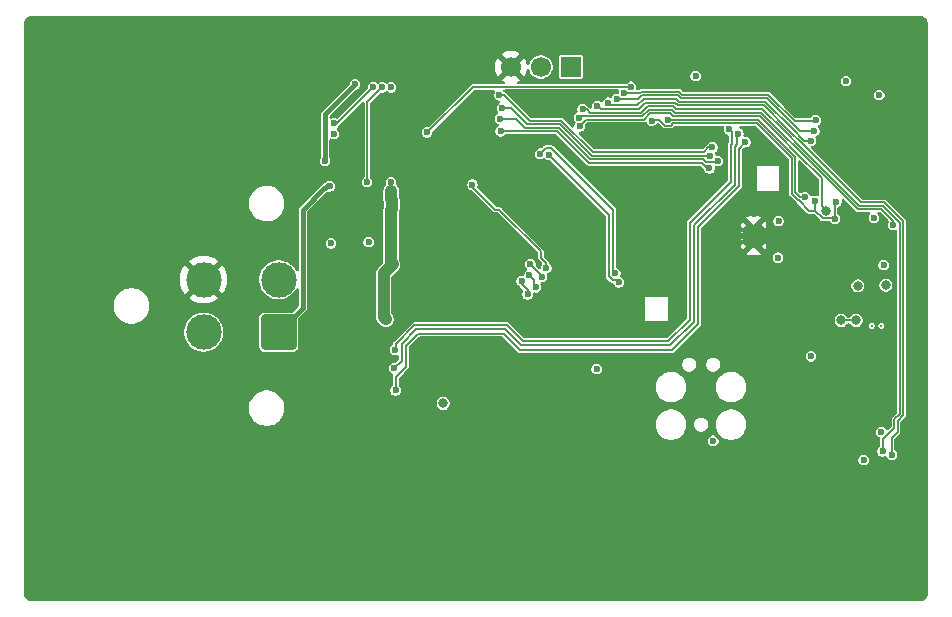
<source format=gbr>
%TF.GenerationSoftware,KiCad,Pcbnew,9.0.1-1.fc42*%
%TF.CreationDate,2025-04-29T06:49:19+02:00*%
%TF.ProjectId,westfly_ahrs_nrf,77657374-666c-4795-9f61-6872735f6e72,0.02*%
%TF.SameCoordinates,Original*%
%TF.FileFunction,Copper,L4,Bot*%
%TF.FilePolarity,Positive*%
%FSLAX46Y46*%
G04 Gerber Fmt 4.6, Leading zero omitted, Abs format (unit mm)*
G04 Created by KiCad (PCBNEW 9.0.1-1.fc42) date 2025-04-29 06:49:19*
%MOMM*%
%LPD*%
G01*
G04 APERTURE LIST*
G04 Aperture macros list*
%AMRoundRect*
0 Rectangle with rounded corners*
0 $1 Rounding radius*
0 $2 $3 $4 $5 $6 $7 $8 $9 X,Y pos of 4 corners*
0 Add a 4 corners polygon primitive as box body*
4,1,4,$2,$3,$4,$5,$6,$7,$8,$9,$2,$3,0*
0 Add four circle primitives for the rounded corners*
1,1,$1+$1,$2,$3*
1,1,$1+$1,$4,$5*
1,1,$1+$1,$6,$7*
1,1,$1+$1,$8,$9*
0 Add four rect primitives between the rounded corners*
20,1,$1+$1,$2,$3,$4,$5,0*
20,1,$1+$1,$4,$5,$6,$7,0*
20,1,$1+$1,$6,$7,$8,$9,0*
20,1,$1+$1,$8,$9,$2,$3,0*%
G04 Aperture macros list end*
%TA.AperFunction,ComponentPad*%
%ADD10C,0.200000*%
%TD*%
%TA.AperFunction,ComponentPad*%
%ADD11C,0.500000*%
%TD*%
%TA.AperFunction,ComponentPad*%
%ADD12R,1.700000X1.700000*%
%TD*%
%TA.AperFunction,ComponentPad*%
%ADD13C,1.700000*%
%TD*%
%TA.AperFunction,ComponentPad*%
%ADD14RoundRect,0.284091X1.215909X1.215909X-1.215909X1.215909X-1.215909X-1.215909X1.215909X-1.215909X0*%
%TD*%
%TA.AperFunction,ComponentPad*%
%ADD15C,3.000000*%
%TD*%
%TA.AperFunction,ViaPad*%
%ADD16C,0.600000*%
%TD*%
%TA.AperFunction,ViaPad*%
%ADD17C,0.800000*%
%TD*%
%TA.AperFunction,Conductor*%
%ADD18C,0.150000*%
%TD*%
%TA.AperFunction,Conductor*%
%ADD19C,1.000000*%
%TD*%
%TA.AperFunction,Conductor*%
%ADD20C,0.200000*%
%TD*%
%TA.AperFunction,Conductor*%
%ADD21C,0.400000*%
%TD*%
G04 APERTURE END LIST*
D10*
%TO.P,U12,7,NC*%
%TO.N,unconnected-(U12-NC-Pad7)*%
X228029400Y-101464400D03*
%TO.N,unconnected-(U12-NC-Pad7)_1*%
X228829400Y-101464400D03*
%TD*%
D11*
%TO.P,U1,11_1,EP*%
%TO.N,GND*%
X218328800Y-94742000D03*
%TO.P,U1,11_2,EP*%
X218328800Y-94142000D03*
%TO.P,U1,11_3,EP*%
X218328800Y-93542000D03*
%TO.P,U1,11_4,EP*%
X218328800Y-92942000D03*
%TO.P,U1,11_5,EP*%
X217728800Y-92942000D03*
%TO.P,U1,11_6,EP*%
X217728800Y-93542000D03*
%TO.P,U1,11_7,EP*%
X217728800Y-94142000D03*
%TO.P,U1,11_8,EP*%
X217728800Y-94742000D03*
%TD*%
D12*
%TO.P,J1,1,Pin_1*%
%TO.N,/TX0*%
X202539600Y-79552800D03*
D13*
%TO.P,J1,2,Pin_2*%
%TO.N,/RX0*%
X199999600Y-79552800D03*
%TO.P,J1,3,Pin_3*%
%TO.N,GND*%
X197459600Y-79552800D03*
%TD*%
D14*
%TO.P,J3,1,Pin_1*%
%TO.N,/CAN_L*%
X177800000Y-102000000D03*
D15*
%TO.P,J3,2,Pin_2*%
%TO.N,/CAN_H*%
X177800000Y-97550000D03*
%TO.P,J3,3,Pin_3*%
%TO.N,GND*%
X171450000Y-97550000D03*
%TO.P,J3,4,Pin_4*%
%TO.N,Net-(J3-Pin_4)*%
X171450000Y-102000000D03*
%TD*%
D16*
%TO.N,+3V3*%
X228190400Y-92335600D03*
X229014000Y-96308800D03*
D17*
X226844200Y-98076000D03*
D16*
X222859600Y-104038400D03*
X182499000Y-85217000D03*
X228645650Y-81935250D03*
X182245000Y-94488000D03*
X214591899Y-111201200D03*
X220120866Y-92577135D03*
X228825400Y-110445800D03*
X227326800Y-112833400D03*
D17*
X229206400Y-98025200D03*
X191731900Y-108038900D03*
D16*
X213106000Y-80314800D03*
X187325000Y-81280000D03*
X185420000Y-94361000D03*
X225829925Y-80745125D03*
X220078043Y-95686481D03*
X204724000Y-105105200D03*
%TO.N,GND*%
X208229200Y-101498400D03*
X214223600Y-85598000D03*
X195326000Y-94792800D03*
X184150000Y-90678000D03*
X194513200Y-96113600D03*
X214223600Y-93014800D03*
X226988200Y-109302800D03*
X209850540Y-84722587D03*
X214274400Y-90170000D03*
X203250800Y-100126800D03*
X192684400Y-91033600D03*
X228396800Y-80822800D03*
X210616800Y-97129600D03*
X204825600Y-96824800D03*
X216052400Y-92710000D03*
X211328000Y-97129600D03*
X217728800Y-87426800D03*
X203911200Y-81991200D03*
X185293000Y-91567000D03*
X215849200Y-94236000D03*
X212191600Y-81381600D03*
X225777400Y-111309400D03*
X181483000Y-94742000D03*
X208838800Y-96977200D03*
X186563000Y-89408000D03*
X231069000Y-110445800D03*
X202031600Y-97028000D03*
X201218800Y-102158800D03*
X229108000Y-87223600D03*
X219964000Y-94945200D03*
D17*
X191516000Y-98094800D03*
D16*
X207306800Y-84582000D03*
D17*
X227276000Y-98939600D03*
D16*
X221843600Y-80416400D03*
X214328121Y-88889872D03*
X225608182Y-87940182D03*
X207314800Y-96926400D03*
D17*
X229054000Y-106127800D03*
D16*
X223389800Y-111868200D03*
X202031600Y-106172000D03*
X190703200Y-87223600D03*
X190754000Y-81026000D03*
X185674000Y-104902000D03*
X186436000Y-78232000D03*
X204520800Y-102209600D03*
X208686400Y-104495600D03*
X220624400Y-87477600D03*
X200558400Y-93218000D03*
X231069000Y-111380828D03*
X213868000Y-95758000D03*
X200101200Y-106324400D03*
X224459532Y-94263068D03*
X199745600Y-91897200D03*
X211277200Y-97891600D03*
X212048000Y-97129600D03*
X227885600Y-96103600D03*
X190881000Y-92837000D03*
D17*
X222250000Y-89109800D03*
D16*
X229260400Y-80111600D03*
X231199800Y-96653600D03*
X192735200Y-92506800D03*
X217728800Y-90728800D03*
X204806800Y-84582000D03*
X213614000Y-103581200D03*
X181457600Y-89154000D03*
X214071200Y-94081600D03*
X199186800Y-104089200D03*
X200812400Y-89052400D03*
X195478400Y-93776800D03*
X220675200Y-90932000D03*
X220014800Y-93319600D03*
X184531000Y-89281000D03*
X211328000Y-101447600D03*
X196189600Y-88544400D03*
X208330800Y-97840800D03*
X199440800Y-83261200D03*
X201168000Y-91846400D03*
%TO.N,+5V*%
X187325000Y-89281000D03*
X186879500Y-100902500D03*
%TO.N,/LED1*%
X187655200Y-103479600D03*
X215950800Y-84832200D03*
%TO.N,/LED2*%
X216712800Y-85191600D03*
X187579000Y-105054400D03*
%TO.N,/LED3*%
X187706000Y-106934000D03*
X217322400Y-85902800D03*
D17*
%TO.N,/SCL*%
X226685000Y-101012400D03*
D16*
X210769200Y-84006200D03*
D17*
X225435000Y-101012400D03*
D16*
X222377000Y-90551000D03*
%TO.N,/SDA*%
X224888400Y-92386400D03*
X209397600Y-84124800D03*
X225016632Y-90959368D03*
X223215200Y-90886000D03*
%TO.N,/BL_IND_055*%
X223266000Y-84074000D03*
X207060800Y-81754000D03*
%TO.N,/INT_LIS*%
X229714400Y-112376200D03*
X204774800Y-82888600D03*
%TO.N,/RST_055*%
X223147800Y-84988400D03*
X206415354Y-82279000D03*
%TO.N,/INT_055*%
X205689200Y-82583800D03*
X222860664Y-85788336D03*
D17*
%TO.N,/INT1_LSM*%
X224166917Y-91736001D03*
D16*
X203281800Y-84582000D03*
%TO.N,/INT2_LSM*%
X229816000Y-92919800D03*
X203249140Y-83832709D03*
%TO.N,/CAN_L*%
X182118000Y-89662000D03*
%TO.N,/CAN_H*%
X184277000Y-81026000D03*
X181737000Y-87503000D03*
%TO.N,/DRDY*%
X228925732Y-112098068D03*
X203527624Y-83136326D03*
%TO.N,Net-(J9-RST)*%
X198374000Y-97688400D03*
X198882000Y-98806000D03*
%TO.N,Net-(J9-CLK)*%
X199576200Y-98196400D03*
X199034400Y-97180400D03*
%TO.N,Net-(J9-I{slash}O)*%
X200101200Y-97332800D03*
X199104727Y-96249459D03*
%TO.N,/9151_SWDIO*%
X206295600Y-97028000D03*
X199913164Y-86900745D03*
%TO.N,Net-(J4-~{RESET})*%
X200455727Y-96565905D03*
X194208400Y-89509600D03*
%TO.N,/9151_SWDCLK*%
X206594800Y-97790000D03*
X200660000Y-86969600D03*
%TO.N,Net-(U10-P0.00)*%
X214274400Y-88141796D03*
X196596000Y-84988400D03*
%TO.N,Net-(U10-P0.01)*%
X196545200Y-83921600D03*
X214982071Y-87509397D03*
%TO.N,Net-(U10-P0.02)*%
X214359755Y-87090796D03*
X196697600Y-83007200D03*
%TO.N,Net-(U10-P0.03)*%
X214528400Y-86360000D03*
X196494400Y-81940400D03*
%TO.N,/CAN_INT*%
X207619600Y-81229000D03*
X190373000Y-85090000D03*
%TO.N,Net-(U45-RXD)*%
X185812997Y-81280000D03*
X182499000Y-84328000D03*
%TO.N,Net-(U45-TXD)*%
X186563000Y-81280000D03*
X185293000Y-89281000D03*
%TD*%
D18*
%TO.N,+5V*%
X187325000Y-89281000D02*
X187325000Y-96139000D01*
D19*
X187325000Y-91641918D02*
X187387000Y-91579918D01*
X186690000Y-100713000D02*
X186690000Y-97028000D01*
X187387000Y-90792082D02*
X187325000Y-90730082D01*
X186879500Y-100902500D02*
X186690000Y-100713000D01*
X187325000Y-90730082D02*
X187325000Y-90043000D01*
X187452000Y-96266000D02*
X187325000Y-96139000D01*
X186690000Y-97028000D02*
X187452000Y-96266000D01*
X187325000Y-96139000D02*
X187325000Y-91641918D01*
X187387000Y-91579918D02*
X187387000Y-90792082D01*
D20*
%TO.N,/LED1*%
X187655200Y-103479600D02*
X187706000Y-103428800D01*
X187706000Y-103428800D02*
X187706000Y-103007197D01*
X198500348Y-102768400D02*
X210786432Y-102768400D01*
X212598000Y-92760800D02*
X216063600Y-89295200D01*
X216142904Y-85024304D02*
X215950800Y-84832200D01*
X216063598Y-86171653D02*
X216142904Y-86092347D01*
X189298398Y-101414800D02*
X197146748Y-101414800D01*
X187706000Y-103007197D02*
X189298398Y-101414800D01*
X212598000Y-100956832D02*
X212598000Y-92760800D01*
X197146748Y-101414800D02*
X198500348Y-102768400D01*
X210786432Y-102768400D02*
X212598000Y-100956832D01*
X216142904Y-86092347D02*
X216142904Y-85024304D01*
X216063600Y-89295200D02*
X216063598Y-86171653D01*
%TO.N,/LED2*%
X197001774Y-101764800D02*
X198355374Y-103118400D01*
X188214000Y-104419400D02*
X188214000Y-102994172D01*
X216413600Y-89504000D02*
X216413600Y-86316626D01*
X212948000Y-92969600D02*
X216413600Y-89504000D01*
X198355374Y-103118400D02*
X210931406Y-103118400D01*
X189443372Y-101764800D02*
X197001774Y-101764800D01*
X212948000Y-101101806D02*
X212948000Y-92969600D01*
X216413600Y-86316626D02*
X216632771Y-86097454D01*
X216632771Y-86097454D02*
X216632771Y-85505733D01*
X188214000Y-102994172D02*
X189443372Y-101764800D01*
X210931406Y-103118400D02*
X212948000Y-101101806D01*
X216712800Y-85425704D02*
X216712800Y-85191600D01*
X216632771Y-85505733D02*
X216712800Y-85425704D01*
X187579000Y-105054400D02*
X188214000Y-104419400D01*
%TO.N,/LED3*%
X216763600Y-89648974D02*
X216763600Y-86461600D01*
X213298000Y-101306400D02*
X213298000Y-93114574D01*
X216763600Y-86461600D02*
X217322400Y-85902800D01*
X187706000Y-105791000D02*
X188564000Y-104933000D01*
X187706000Y-106934000D02*
X187706000Y-105791000D01*
X206233148Y-103519200D02*
X206272749Y-103479600D01*
X189589174Y-102116800D02*
X196858800Y-102116800D01*
X211124800Y-103479600D02*
X213298000Y-101306400D01*
X206272749Y-103479600D02*
X211124800Y-103479600D01*
X196858800Y-102116800D02*
X198261200Y-103519200D01*
X198261200Y-103519200D02*
X206233148Y-103519200D01*
X188564000Y-103141974D02*
X189589174Y-102116800D01*
X188564000Y-104933000D02*
X188564000Y-103141974D01*
X213298000Y-93114574D02*
X216763600Y-89648974D01*
D18*
%TO.N,/SCL*%
X218385880Y-84007600D02*
X221534000Y-87155720D01*
X221534000Y-90150200D02*
X221934800Y-90551000D01*
X221534000Y-87155720D02*
X221534000Y-90150200D01*
X221934800Y-90551000D02*
X222377000Y-90551000D01*
X222377000Y-90551000D02*
X222421200Y-90506800D01*
X210769200Y-84006200D02*
X210770600Y-84007600D01*
D20*
X226685000Y-101012400D02*
X225435000Y-101012400D01*
D18*
X210770600Y-84007600D02*
X218385880Y-84007600D01*
%TO.N,/SDA*%
X221234000Y-90277292D02*
X221809707Y-90852999D01*
X223215200Y-91729200D02*
X223237400Y-91751400D01*
X218261616Y-84307600D02*
X221234000Y-87279984D01*
X223215200Y-90886000D02*
X223215200Y-91729200D01*
X210987077Y-84532200D02*
X211211677Y-84307600D01*
X211211677Y-84307600D02*
X218261616Y-84307600D01*
X224888400Y-91087600D02*
X224888400Y-92386400D01*
X223847000Y-92361000D02*
X223237400Y-91751400D01*
X210042323Y-84023200D02*
X210551323Y-84532200D01*
X209497198Y-84023200D02*
X210042323Y-84023200D01*
X209397600Y-84124800D02*
X209397600Y-84122798D01*
X221809707Y-90852999D02*
X221812536Y-90853000D01*
X221812536Y-90853000D02*
X222710936Y-91751400D01*
X223847000Y-92361000D02*
X224863000Y-92361000D01*
X221234000Y-87279984D02*
X221234000Y-90277292D01*
X209397600Y-84122798D02*
X209497198Y-84023200D01*
X224863000Y-92361000D02*
X224888400Y-92386400D01*
X225016632Y-90959368D02*
X224888400Y-91087600D01*
X222710936Y-91751400D02*
X223237400Y-91751400D01*
X210551323Y-84532200D02*
X210987077Y-84532200D01*
%TO.N,/BL_IND_055*%
X211703137Y-81635600D02*
X211974137Y-81906600D01*
X212410463Y-81905200D02*
X219258912Y-81905200D01*
X208364800Y-81754000D02*
X208483200Y-81635600D01*
X207060800Y-81754000D02*
X208364800Y-81754000D01*
X211974137Y-81906600D02*
X212409063Y-81906600D01*
X208483200Y-81635600D02*
X211703137Y-81635600D01*
X223215200Y-84124800D02*
X223266000Y-84074000D01*
X219258912Y-81905200D02*
X221478512Y-84124800D01*
X221478512Y-84124800D02*
X223215200Y-84124800D01*
X212409063Y-81906600D02*
X212410463Y-81905200D01*
%TO.N,/INT_LIS*%
X211587269Y-82807600D02*
X218887106Y-82807600D01*
X220939584Y-84860078D02*
X220939584Y-84864248D01*
X205113400Y-83108800D02*
X208309850Y-83108800D01*
X222181536Y-86088336D02*
X227091200Y-90998000D01*
X204774800Y-82770200D02*
X205113400Y-83108800D01*
X208853250Y-82565400D02*
X211345069Y-82565400D01*
X222163672Y-86088336D02*
X222181536Y-86088336D01*
X218887106Y-82807600D02*
X220939584Y-84860078D01*
X229714400Y-110928400D02*
X229714400Y-112376200D01*
X230642000Y-92577659D02*
X230642000Y-92579073D01*
X230217600Y-109503264D02*
X230217600Y-110425200D01*
X227091200Y-90998000D02*
X229062341Y-90998000D01*
X208309850Y-83108800D02*
X208853250Y-82565400D01*
X220939584Y-84864248D02*
X222163672Y-86088336D01*
X230674800Y-92611873D02*
X230674800Y-109046064D01*
X211345069Y-82565400D02*
X211587269Y-82807600D01*
X230674800Y-109046064D02*
X230217600Y-109503264D01*
X230642000Y-92579073D02*
X230674800Y-92611873D01*
X229062341Y-90998000D02*
X230642000Y-92577659D01*
X230217600Y-110425200D02*
X229714400Y-110928400D01*
X204774800Y-82888600D02*
X204774800Y-82770200D01*
%TO.N,/RST_055*%
X208264064Y-82279000D02*
X208578664Y-81964400D01*
X221917848Y-84988400D02*
X223147800Y-84988400D01*
X211607673Y-81964400D02*
X211849873Y-82206600D01*
X206415354Y-82279000D02*
X208264064Y-82279000D01*
X212534727Y-82205200D02*
X219134648Y-82205200D01*
X219134648Y-82205200D02*
X221917848Y-84988400D01*
X211849873Y-82206600D02*
X212533327Y-82206600D01*
X212533327Y-82206600D02*
X212534727Y-82205200D01*
X208578664Y-81964400D02*
X211607673Y-81964400D01*
%TO.N,/INT_055*%
X212658005Y-82507600D02*
X212659405Y-82506200D01*
X206634231Y-82804000D02*
X208178400Y-82804000D01*
X211725195Y-82507600D02*
X212658005Y-82507600D01*
X221239584Y-84734400D02*
X221239584Y-84739984D01*
X221235784Y-84730600D02*
X221239584Y-84734400D01*
X211710533Y-82506600D02*
X211724195Y-82506600D01*
X219009970Y-82506200D02*
X221234370Y-84730600D01*
X205909400Y-82804000D02*
X206196477Y-82804000D01*
X206197477Y-82805000D02*
X206633231Y-82805000D01*
X211469333Y-82265400D02*
X211710533Y-82506600D01*
X208178400Y-82804000D02*
X208717000Y-82265400D01*
X211724195Y-82506600D02*
X211725195Y-82507600D01*
X221239584Y-84739984D02*
X222287936Y-85788336D01*
X206633231Y-82805000D02*
X206634231Y-82804000D01*
X205689200Y-82583800D02*
X205909400Y-82804000D01*
X208717000Y-82265400D02*
X211469333Y-82265400D01*
X222287936Y-85788336D02*
X222860664Y-85788336D01*
X212659405Y-82506200D02*
X219009970Y-82506200D01*
X206196477Y-82804000D02*
X206197477Y-82805000D01*
X221234370Y-84730600D02*
X221235784Y-84730600D01*
%TO.N,/INT1_LSM*%
X210972277Y-83465400D02*
X211214477Y-83707600D01*
X203814400Y-84018400D02*
X208726928Y-84018400D01*
X203281800Y-84582000D02*
X203281800Y-84551000D01*
X223787800Y-88979672D02*
X223787800Y-91313000D01*
X221796464Y-86988336D02*
X223787800Y-88979672D01*
X220039584Y-85232870D02*
X220039584Y-85237040D01*
X224166917Y-91736001D02*
X224166917Y-91692117D01*
X208726928Y-84018400D02*
X209279928Y-83465400D01*
X203281800Y-84551000D02*
X203814400Y-84018400D01*
X220039584Y-85237040D02*
X221790880Y-86988336D01*
X218514314Y-83707600D02*
X220039584Y-85232870D01*
X209279928Y-83465400D02*
X210972277Y-83465400D01*
X211214477Y-83707600D02*
X218514314Y-83707600D01*
X221790880Y-86988336D02*
X221796464Y-86988336D01*
X224166917Y-91692117D02*
X223787800Y-91313000D01*
%TO.N,/INT2_LSM*%
X208602664Y-83718400D02*
X209155664Y-83165400D01*
X218638578Y-83407600D02*
X220339584Y-85108606D01*
X228813399Y-91599000D02*
X229816000Y-92601601D01*
X211096541Y-83165400D02*
X211338741Y-83407600D01*
X221933008Y-86688336D02*
X226842672Y-91598000D01*
X226842672Y-91598000D02*
X227079336Y-91598000D01*
X203249140Y-83832709D02*
X203363449Y-83718400D01*
X221915144Y-86688336D02*
X221933008Y-86688336D01*
X220339584Y-85112776D02*
X221915144Y-86688336D01*
X211338741Y-83407600D02*
X218638578Y-83407600D01*
X209155664Y-83165400D02*
X211096541Y-83165400D01*
X227080336Y-91599000D02*
X228813399Y-91599000D01*
X229816000Y-92601601D02*
X229816000Y-92919800D01*
X220339584Y-85108606D02*
X220339584Y-85112776D01*
X203363449Y-83718400D02*
X208602664Y-83718400D01*
X227079336Y-91598000D02*
X227080336Y-91599000D01*
D21*
%TO.N,/CAN_L*%
X181727254Y-89805000D02*
X181670200Y-89805000D01*
X181870254Y-89662000D02*
X181727254Y-89805000D01*
X181670200Y-89805000D02*
X179847200Y-91628000D01*
X179847200Y-99952800D02*
X177800000Y-102000000D01*
X182118000Y-89662000D02*
X181870254Y-89662000D01*
X179847200Y-91628000D02*
X179847200Y-99952800D01*
%TO.N,/CAN_H*%
X181737000Y-83566000D02*
X184277000Y-81026000D01*
X181737000Y-87503000D02*
X181737000Y-83566000D01*
X177800000Y-97550000D02*
X177997200Y-97352800D01*
D18*
%TO.N,/DRDY*%
X227204600Y-91299000D02*
X228937663Y-91299000D01*
X204158938Y-83413600D02*
X208483200Y-83413600D01*
X229917600Y-110096063D02*
X228925732Y-111087931D01*
X209031400Y-82865400D02*
X211220805Y-82865400D01*
X220639584Y-84984342D02*
X220639584Y-84988512D01*
X203527624Y-83136326D02*
X203881664Y-83136326D01*
X220639584Y-84988512D02*
X222039408Y-86388336D01*
X228937663Y-91299000D02*
X230374800Y-92736137D01*
X211463005Y-83107600D02*
X218762842Y-83107600D01*
X222039408Y-86388336D02*
X222057272Y-86388336D01*
X230374800Y-92736137D02*
X230374800Y-108921800D01*
X230374800Y-108921800D02*
X229917600Y-109379000D01*
X228925732Y-111087931D02*
X228925732Y-112098068D01*
X229917600Y-109379000D02*
X229917600Y-110096063D01*
X226966936Y-91298000D02*
X227203600Y-91298000D01*
X203881664Y-83136326D02*
X204158938Y-83413600D01*
X218762842Y-83107600D02*
X220639584Y-84984342D01*
X208483200Y-83413600D02*
X209031400Y-82865400D01*
X211220805Y-82865400D02*
X211463005Y-83107600D01*
X227203600Y-91298000D02*
X227204600Y-91299000D01*
X222057272Y-86388336D02*
X226966936Y-91298000D01*
%TO.N,Net-(J9-RST)*%
X198374000Y-97960264D02*
X198882000Y-98468264D01*
X198882000Y-98468264D02*
X198882000Y-98806000D01*
X198374000Y-97688400D02*
X198374000Y-97960264D01*
%TO.N,Net-(J9-CLK)*%
X199408000Y-97554000D02*
X199034400Y-97180400D01*
X199576200Y-98196400D02*
X199408000Y-98028200D01*
X199408000Y-98028200D02*
X199408000Y-97554000D01*
%TO.N,Net-(J9-I{slash}O)*%
X200101200Y-97245932D02*
X199104727Y-96249459D01*
X200101200Y-97332800D02*
X200101200Y-97245932D01*
D20*
%TO.N,/9151_SWDIO*%
X200888232Y-86418600D02*
X200431768Y-86418600D01*
X206095600Y-91625968D02*
X200888232Y-86418600D01*
X206295600Y-97028000D02*
X206095600Y-96828000D01*
X200109000Y-86741368D02*
X200072541Y-86741368D01*
X200431768Y-86418600D02*
X200109000Y-86741368D01*
X200072541Y-86741368D02*
X199913164Y-86900745D01*
X206095600Y-96828000D02*
X206095600Y-91625968D01*
D18*
%TO.N,Net-(J4-~{RESET})*%
X199999600Y-95707200D02*
X199999600Y-95166523D01*
X194208400Y-89712800D02*
X194208400Y-89509600D01*
X196138800Y-91643200D02*
X194208400Y-89712800D01*
X199999600Y-95166523D02*
X196476277Y-91643200D01*
X200455727Y-96163327D02*
X199999600Y-95707200D01*
X196476277Y-91643200D02*
X196138800Y-91643200D01*
X200455727Y-96565905D02*
X200455727Y-96163327D01*
D20*
%TO.N,/9151_SWDCLK*%
X205744600Y-97256232D02*
X205744600Y-92054200D01*
X206594800Y-97790000D02*
X206383800Y-97579000D01*
X206067368Y-97579000D02*
X205744600Y-97256232D01*
X205744600Y-92054200D02*
X200660000Y-86969600D01*
X206383800Y-97579000D02*
X206067368Y-97579000D01*
D18*
%TO.N,Net-(U10-P0.00)*%
X196596000Y-84988400D02*
X201371200Y-84988400D01*
X204063600Y-87680800D02*
X213614000Y-87680800D01*
X214074996Y-88141796D02*
X214274400Y-88141796D01*
X201371200Y-84988400D02*
X204063600Y-87680800D01*
X213614000Y-87680800D02*
X214074996Y-88141796D01*
%TO.N,Net-(U10-P0.01)*%
X213738264Y-87380800D02*
X213974260Y-87616796D01*
X214874672Y-87616796D02*
X214982071Y-87509397D01*
X213974260Y-87616796D02*
X214874672Y-87616796D01*
X196545200Y-83921600D02*
X197916800Y-83921600D01*
X197916800Y-83921600D02*
X198683600Y-84688400D01*
X201495464Y-84688400D02*
X204187864Y-87380800D01*
X204187864Y-87380800D02*
X213738264Y-87380800D01*
X198683600Y-84688400D02*
X201495464Y-84688400D01*
%TO.N,Net-(U10-P0.02)*%
X213862528Y-87080800D02*
X204313542Y-87080800D01*
X201620142Y-84387400D02*
X198839800Y-84387400D01*
X198839800Y-84387400D02*
X197459600Y-83007200D01*
X204313542Y-87080800D02*
X201620142Y-84387400D01*
X213872524Y-87090796D02*
X213862528Y-87080800D01*
X214359755Y-87090796D02*
X213872524Y-87090796D01*
X197459600Y-83007200D02*
X196697600Y-83007200D01*
%TO.N,Net-(U10-P0.03)*%
X196900800Y-81940400D02*
X199047800Y-84087400D01*
X201744406Y-84087400D02*
X204372606Y-86715600D01*
X204372606Y-86715600D02*
X213817200Y-86715600D01*
X214172800Y-86360000D02*
X214528400Y-86360000D01*
X196494400Y-81940400D02*
X196900800Y-81940400D01*
X213817200Y-86715600D02*
X214172800Y-86360000D01*
X199047800Y-84087400D02*
X201744406Y-84087400D01*
%TO.N,/CAN_INT*%
X195981000Y-81228000D02*
X195945000Y-81264000D01*
D20*
X190398400Y-85090000D02*
X190373000Y-85090000D01*
D18*
X207314677Y-81264000D02*
X207278677Y-81228000D01*
X207619600Y-81229000D02*
X207654600Y-81264000D01*
D20*
X195945000Y-81264000D02*
X194224400Y-81264000D01*
D18*
X207654600Y-81264000D02*
X207314677Y-81264000D01*
X207278677Y-81228000D02*
X195981000Y-81228000D01*
D20*
X194224400Y-81264000D02*
X190398400Y-85090000D01*
D18*
%TO.N,Net-(U45-RXD)*%
X182764997Y-84328000D02*
X185812997Y-81280000D01*
X182499000Y-84328000D02*
X182764997Y-84328000D01*
%TO.N,Net-(U45-TXD)*%
X185293000Y-82550000D02*
X186563000Y-81280000D01*
X185293000Y-89281000D02*
X185293000Y-82550000D01*
%TD*%
%TA.AperFunction,Conductor*%
%TO.N,GND*%
G36*
X221964703Y-87475926D02*
G01*
X221971181Y-87481958D01*
X223525981Y-89036758D01*
X223559466Y-89098081D01*
X223562300Y-89124439D01*
X223562300Y-90352369D01*
X223542615Y-90419408D01*
X223489811Y-90465163D01*
X223420653Y-90475107D01*
X223390855Y-90466933D01*
X223389094Y-90466203D01*
X223371725Y-90461549D01*
X223274509Y-90435500D01*
X223155891Y-90435500D01*
X223050705Y-90463684D01*
X223041310Y-90466202D01*
X222990179Y-90495723D01*
X222922279Y-90512196D01*
X222856252Y-90489343D01*
X222813061Y-90434422D01*
X222808409Y-90420443D01*
X222796799Y-90377114D01*
X222737489Y-90274387D01*
X222653613Y-90190511D01*
X222550886Y-90131201D01*
X222436309Y-90100500D01*
X222317691Y-90100500D01*
X222203114Y-90131201D01*
X222203112Y-90131201D01*
X222203112Y-90131202D01*
X222100387Y-90190511D01*
X222100383Y-90190514D01*
X222084480Y-90206417D01*
X222076535Y-90210754D01*
X222071111Y-90218001D01*
X222046351Y-90227235D01*
X222023156Y-90239901D01*
X222014127Y-90239255D01*
X222005647Y-90242418D01*
X221979826Y-90236801D01*
X221953465Y-90234915D01*
X221944412Y-90229097D01*
X221937374Y-90227566D01*
X221909120Y-90206415D01*
X221795819Y-90093114D01*
X221762334Y-90031791D01*
X221759500Y-90005433D01*
X221759500Y-87569639D01*
X221779185Y-87502600D01*
X221831989Y-87456845D01*
X221901147Y-87446901D01*
X221964703Y-87475926D01*
G37*
%TD.AperFunction*%
%TA.AperFunction,Conductor*%
G36*
X206534268Y-81459649D02*
G01*
X206556049Y-81461092D01*
X206567134Y-81469299D01*
X206580366Y-81473185D01*
X206594658Y-81489679D01*
X206612202Y-81502669D01*
X206617090Y-81515566D01*
X206626121Y-81525989D01*
X206629227Y-81547592D01*
X206636963Y-81568004D01*
X206635448Y-81590861D01*
X206636065Y-81595147D01*
X206634735Y-81601629D01*
X206634630Y-81603221D01*
X206633949Y-81606430D01*
X206610300Y-81694691D01*
X206610300Y-81717963D01*
X206607603Y-81730683D01*
X206574441Y-81792181D01*
X206513294Y-81825988D01*
X206482790Y-81827340D01*
X206482790Y-81828500D01*
X206474663Y-81828500D01*
X206356045Y-81828500D01*
X206241468Y-81859201D01*
X206241466Y-81859201D01*
X206241466Y-81859202D01*
X206138741Y-81918511D01*
X206138738Y-81918513D01*
X206054867Y-82002384D01*
X206054860Y-82002393D01*
X205995936Y-82104451D01*
X205945369Y-82152666D01*
X205876761Y-82165888D01*
X205856461Y-82162226D01*
X205748509Y-82133300D01*
X205629891Y-82133300D01*
X205515314Y-82164001D01*
X205515312Y-82164001D01*
X205515312Y-82164002D01*
X205412587Y-82223311D01*
X205412584Y-82223313D01*
X205328713Y-82307184D01*
X205328711Y-82307187D01*
X205269400Y-82409914D01*
X205269400Y-82409915D01*
X205253943Y-82467600D01*
X205217578Y-82527260D01*
X205154730Y-82557788D01*
X205085355Y-82549493D01*
X205058957Y-82531626D01*
X205057859Y-82533058D01*
X205051415Y-82528113D01*
X205051413Y-82528111D01*
X204948686Y-82468801D01*
X204834109Y-82438100D01*
X204715491Y-82438100D01*
X204600914Y-82468801D01*
X204600912Y-82468801D01*
X204600912Y-82468802D01*
X204498187Y-82528111D01*
X204498184Y-82528113D01*
X204414313Y-82611984D01*
X204414311Y-82611987D01*
X204396343Y-82643109D01*
X204355001Y-82714714D01*
X204324300Y-82829291D01*
X204324300Y-82829293D01*
X204324300Y-82956036D01*
X204322259Y-82956036D01*
X204319326Y-82974835D01*
X204317188Y-83004735D01*
X204313996Y-83008998D01*
X204313176Y-83014258D01*
X204293278Y-83036674D01*
X204275316Y-83060668D01*
X204270328Y-83062528D01*
X204266793Y-83066511D01*
X204237932Y-83074611D01*
X204209852Y-83085085D01*
X204204649Y-83083953D01*
X204199523Y-83085392D01*
X204170868Y-83076604D01*
X204141579Y-83070233D01*
X204135672Y-83065811D01*
X204132724Y-83064907D01*
X204113325Y-83049082D01*
X204090275Y-83026032D01*
X204090273Y-83026029D01*
X204009399Y-82945155D01*
X203977003Y-82931737D01*
X203977005Y-82931737D01*
X203977001Y-82931736D01*
X203953711Y-82922088D01*
X203920118Y-82895017D01*
X203899311Y-82878250D01*
X203893787Y-82869541D01*
X203888113Y-82859713D01*
X203804237Y-82775837D01*
X203701510Y-82716527D01*
X203586933Y-82685826D01*
X203468315Y-82685826D01*
X203353738Y-82716527D01*
X203353736Y-82716527D01*
X203353736Y-82716528D01*
X203251011Y-82775837D01*
X203251008Y-82775839D01*
X203167137Y-82859710D01*
X203167135Y-82859713D01*
X203116215Y-82947909D01*
X203107825Y-82962440D01*
X203077124Y-83077017D01*
X203077124Y-83077019D01*
X203077124Y-83195634D01*
X203102666Y-83290959D01*
X203101003Y-83360809D01*
X203061840Y-83418671D01*
X203044893Y-83430438D01*
X202972530Y-83472218D01*
X202972524Y-83472222D01*
X202888653Y-83556093D01*
X202888651Y-83556096D01*
X202832010Y-83654201D01*
X202829341Y-83658823D01*
X202798640Y-83773400D01*
X202798640Y-83892018D01*
X202829341Y-84006595D01*
X202888651Y-84109322D01*
X202888653Y-84109324D01*
X202915362Y-84136033D01*
X202948847Y-84197356D01*
X202943863Y-84267048D01*
X202926062Y-84299194D01*
X202921314Y-84305382D01*
X202921311Y-84305386D01*
X202921311Y-84305387D01*
X202900520Y-84341397D01*
X202874414Y-84386615D01*
X202862001Y-84408114D01*
X202831300Y-84522691D01*
X202831300Y-84522692D01*
X202831300Y-84522693D01*
X202831300Y-84556027D01*
X202811615Y-84623066D01*
X202758811Y-84668821D01*
X202689653Y-84678765D01*
X202626097Y-84649740D01*
X202619619Y-84643708D01*
X201958283Y-83982372D01*
X201935576Y-83959665D01*
X201935576Y-83959664D01*
X201872142Y-83896230D01*
X201837879Y-83882038D01*
X201822155Y-83875524D01*
X201822153Y-83875523D01*
X201789263Y-83861899D01*
X201789261Y-83861899D01*
X201699551Y-83861899D01*
X201685117Y-83861899D01*
X201685109Y-83861900D01*
X199192567Y-83861900D01*
X199125528Y-83842215D01*
X199104886Y-83825581D01*
X197114044Y-81834739D01*
X197091970Y-81812665D01*
X197091970Y-81812664D01*
X197028536Y-81749230D01*
X197003594Y-81738899D01*
X196987024Y-81732035D01*
X196966916Y-81723706D01*
X196945655Y-81714899D01*
X196945654Y-81714899D01*
X196945652Y-81714898D01*
X196933675Y-81712516D01*
X196934418Y-81708779D01*
X196888219Y-81695214D01*
X196856881Y-81666384D01*
X196854891Y-81663790D01*
X196854889Y-81663787D01*
X196854886Y-81663784D01*
X196849940Y-81657338D01*
X196851392Y-81656223D01*
X196822798Y-81603858D01*
X196827782Y-81534166D01*
X196869654Y-81478233D01*
X196935118Y-81453816D01*
X196943964Y-81453500D01*
X206513327Y-81453500D01*
X206534268Y-81459649D01*
G37*
%TD.AperFunction*%
%TA.AperFunction,Conductor*%
G36*
X232006061Y-75201097D02*
G01*
X232016051Y-75202080D01*
X232143824Y-75214665D01*
X232167652Y-75219404D01*
X232294277Y-75257815D01*
X232316725Y-75267114D01*
X232433406Y-75329482D01*
X232453616Y-75342986D01*
X232487511Y-75370802D01*
X232555891Y-75426920D01*
X232573079Y-75444108D01*
X232657012Y-75546381D01*
X232670517Y-75566593D01*
X232732883Y-75683271D01*
X232742186Y-75705728D01*
X232780593Y-75832338D01*
X232785335Y-75856180D01*
X232798903Y-75993938D01*
X232799500Y-76006092D01*
X232799500Y-123993907D01*
X232798903Y-124006060D01*
X232798903Y-124006061D01*
X232785335Y-124143819D01*
X232780593Y-124167661D01*
X232742186Y-124294271D01*
X232732883Y-124316728D01*
X232670517Y-124433406D01*
X232657012Y-124453618D01*
X232573079Y-124555891D01*
X232555891Y-124573079D01*
X232453618Y-124657012D01*
X232433406Y-124670517D01*
X232316728Y-124732883D01*
X232294271Y-124742186D01*
X232167661Y-124780593D01*
X232143819Y-124785335D01*
X232006213Y-124798888D01*
X231994059Y-124799485D01*
X157006090Y-124799498D01*
X156993937Y-124798901D01*
X156856181Y-124785335D01*
X156832340Y-124780593D01*
X156705728Y-124742186D01*
X156683271Y-124732883D01*
X156566593Y-124670517D01*
X156546381Y-124657012D01*
X156444108Y-124573079D01*
X156426920Y-124555891D01*
X156342986Y-124453616D01*
X156329482Y-124433406D01*
X156267116Y-124316728D01*
X156257815Y-124294277D01*
X156219404Y-124167652D01*
X156214665Y-124143824D01*
X156201097Y-124006060D01*
X156200500Y-123993907D01*
X156200500Y-112774091D01*
X226876300Y-112774091D01*
X226876300Y-112892709D01*
X226907001Y-113007286D01*
X226966311Y-113110013D01*
X227050187Y-113193889D01*
X227152914Y-113253199D01*
X227267491Y-113283900D01*
X227267494Y-113283900D01*
X227386106Y-113283900D01*
X227386109Y-113283900D01*
X227500686Y-113253199D01*
X227603413Y-113193889D01*
X227687289Y-113110013D01*
X227746599Y-113007286D01*
X227777300Y-112892709D01*
X227777300Y-112774091D01*
X227746599Y-112659514D01*
X227687289Y-112556787D01*
X227603413Y-112472911D01*
X227500686Y-112413601D01*
X227386109Y-112382900D01*
X227267491Y-112382900D01*
X227152914Y-112413601D01*
X227152912Y-112413601D01*
X227152912Y-112413602D01*
X227050187Y-112472911D01*
X227050184Y-112472913D01*
X226966313Y-112556784D01*
X226966311Y-112556787D01*
X226907001Y-112659514D01*
X226876300Y-112774091D01*
X156200500Y-112774091D01*
X156200500Y-111141891D01*
X214141399Y-111141891D01*
X214141399Y-111260509D01*
X214172100Y-111375086D01*
X214231410Y-111477813D01*
X214315286Y-111561689D01*
X214418013Y-111620999D01*
X214532590Y-111651700D01*
X214532593Y-111651700D01*
X214651205Y-111651700D01*
X214651208Y-111651700D01*
X214765785Y-111620999D01*
X214868512Y-111561689D01*
X214952388Y-111477813D01*
X215011698Y-111375086D01*
X215042399Y-111260509D01*
X215042399Y-111141891D01*
X215011698Y-111027314D01*
X214952388Y-110924587D01*
X214868512Y-110840711D01*
X214765785Y-110781401D01*
X214651208Y-110750700D01*
X214532590Y-110750700D01*
X214418013Y-110781401D01*
X214418011Y-110781401D01*
X214418011Y-110781402D01*
X214315286Y-110840711D01*
X214315283Y-110840713D01*
X214231412Y-110924584D01*
X214231410Y-110924587D01*
X214172370Y-111026847D01*
X214172100Y-111027314D01*
X214141399Y-111141891D01*
X156200500Y-111141891D01*
X156200500Y-108321902D01*
X175289500Y-108321902D01*
X175289500Y-108558097D01*
X175326446Y-108791368D01*
X175399433Y-109015996D01*
X175479839Y-109173800D01*
X175506657Y-109226433D01*
X175645483Y-109417510D01*
X175812490Y-109584517D01*
X176003567Y-109723343D01*
X176058163Y-109751161D01*
X176214003Y-109830566D01*
X176214005Y-109830566D01*
X176214008Y-109830568D01*
X176334412Y-109869689D01*
X176438631Y-109903553D01*
X176671903Y-109940500D01*
X176671908Y-109940500D01*
X176908097Y-109940500D01*
X177141368Y-109903553D01*
X177365992Y-109830568D01*
X177566842Y-109728230D01*
X209735250Y-109728230D01*
X209735250Y-109930969D01*
X209759696Y-110085313D01*
X209766963Y-110131196D01*
X209829610Y-110324001D01*
X209921646Y-110504633D01*
X210040806Y-110668643D01*
X210184157Y-110811994D01*
X210348167Y-110931154D01*
X210528799Y-111023190D01*
X210721604Y-111085837D01*
X210821720Y-111101693D01*
X210921831Y-111117550D01*
X210921836Y-111117550D01*
X211124569Y-111117550D01*
X211215578Y-111103135D01*
X211324796Y-111085837D01*
X211517601Y-111023190D01*
X211698233Y-110931154D01*
X211862243Y-110811994D01*
X212005594Y-110668643D01*
X212124754Y-110504633D01*
X212216790Y-110324001D01*
X212279437Y-110131196D01*
X212299795Y-110002658D01*
X212311150Y-109930969D01*
X212311150Y-109751161D01*
X212967400Y-109751161D01*
X212967400Y-109908039D01*
X213008003Y-110059570D01*
X213086441Y-110195430D01*
X213197370Y-110306359D01*
X213333230Y-110384797D01*
X213484761Y-110425400D01*
X213484764Y-110425400D01*
X213641636Y-110425400D01*
X213641639Y-110425400D01*
X213793170Y-110384797D01*
X213929030Y-110306359D01*
X214039959Y-110195430D01*
X214118397Y-110059570D01*
X214159000Y-109908039D01*
X214159000Y-109751161D01*
X214152856Y-109728230D01*
X214815250Y-109728230D01*
X214815250Y-109930969D01*
X214839696Y-110085313D01*
X214846963Y-110131196D01*
X214909610Y-110324001D01*
X215001646Y-110504633D01*
X215120806Y-110668643D01*
X215264157Y-110811994D01*
X215428167Y-110931154D01*
X215608799Y-111023190D01*
X215801604Y-111085837D01*
X215901720Y-111101693D01*
X216001831Y-111117550D01*
X216001836Y-111117550D01*
X216204569Y-111117550D01*
X216295578Y-111103135D01*
X216404796Y-111085837D01*
X216597601Y-111023190D01*
X216778233Y-110931154D01*
X216942243Y-110811994D01*
X217085594Y-110668643D01*
X217204754Y-110504633D01*
X217296790Y-110324001D01*
X217359437Y-110131196D01*
X217379795Y-110002658D01*
X217391150Y-109930969D01*
X217391150Y-109728230D01*
X217370312Y-109596669D01*
X217359437Y-109528004D01*
X217296790Y-109335199D01*
X217204754Y-109154567D01*
X217085594Y-108990557D01*
X216942243Y-108847206D01*
X216778233Y-108728046D01*
X216597601Y-108636010D01*
X216404796Y-108573363D01*
X216404790Y-108573362D01*
X216204569Y-108541650D01*
X216204564Y-108541650D01*
X216001836Y-108541650D01*
X216001831Y-108541650D01*
X215801609Y-108573362D01*
X215801607Y-108573362D01*
X215801604Y-108573363D01*
X215608799Y-108636010D01*
X215608796Y-108636011D01*
X215608794Y-108636012D01*
X215428166Y-108728046D01*
X215264154Y-108847208D01*
X215120808Y-108990554D01*
X215001646Y-109154566D01*
X214909612Y-109335194D01*
X214909611Y-109335196D01*
X214909610Y-109335199D01*
X214846963Y-109528004D01*
X214846962Y-109528007D01*
X214846962Y-109528009D01*
X214815250Y-109728230D01*
X214152856Y-109728230D01*
X214118397Y-109599630D01*
X214039959Y-109463770D01*
X213929030Y-109352841D01*
X213793170Y-109274403D01*
X213793171Y-109274403D01*
X213755287Y-109264252D01*
X213641639Y-109233800D01*
X213484761Y-109233800D01*
X213371112Y-109264252D01*
X213333229Y-109274403D01*
X213197371Y-109352840D01*
X213197368Y-109352842D01*
X213086442Y-109463768D01*
X213086440Y-109463771D01*
X213008003Y-109599629D01*
X212995034Y-109648031D01*
X212967400Y-109751161D01*
X212311150Y-109751161D01*
X212311150Y-109728230D01*
X212290312Y-109596669D01*
X212279437Y-109528004D01*
X212216790Y-109335199D01*
X212124754Y-109154567D01*
X212005594Y-108990557D01*
X211862243Y-108847206D01*
X211698233Y-108728046D01*
X211517601Y-108636010D01*
X211324796Y-108573363D01*
X211324790Y-108573362D01*
X211124569Y-108541650D01*
X211124564Y-108541650D01*
X210921836Y-108541650D01*
X210921831Y-108541650D01*
X210721609Y-108573362D01*
X210721607Y-108573362D01*
X210721604Y-108573363D01*
X210528799Y-108636010D01*
X210528796Y-108636011D01*
X210528794Y-108636012D01*
X210348166Y-108728046D01*
X210184154Y-108847208D01*
X210040808Y-108990554D01*
X209921646Y-109154566D01*
X209829612Y-109335194D01*
X209829611Y-109335196D01*
X209829610Y-109335199D01*
X209766963Y-109528004D01*
X209766962Y-109528007D01*
X209766962Y-109528009D01*
X209735250Y-109728230D01*
X177566842Y-109728230D01*
X177576433Y-109723343D01*
X177767510Y-109584517D01*
X177934517Y-109417510D01*
X178073343Y-109226433D01*
X178180568Y-109015992D01*
X178253553Y-108791368D01*
X178278159Y-108636012D01*
X178290500Y-108558097D01*
X178290500Y-108321902D01*
X178253553Y-108088631D01*
X178223655Y-107996617D01*
X178213845Y-107966425D01*
X191181400Y-107966425D01*
X191181400Y-108111375D01*
X191218916Y-108251385D01*
X191218917Y-108251388D01*
X191291388Y-108376911D01*
X191291390Y-108376913D01*
X191291391Y-108376915D01*
X191393885Y-108479409D01*
X191393886Y-108479410D01*
X191393888Y-108479411D01*
X191519411Y-108551882D01*
X191519412Y-108551882D01*
X191519415Y-108551884D01*
X191659425Y-108589400D01*
X191659428Y-108589400D01*
X191804372Y-108589400D01*
X191804375Y-108589400D01*
X191944385Y-108551884D01*
X192069915Y-108479409D01*
X192172409Y-108376915D01*
X192244884Y-108251385D01*
X192282400Y-108111375D01*
X192282400Y-107966425D01*
X192244884Y-107826415D01*
X192172409Y-107700885D01*
X192069915Y-107598391D01*
X192069913Y-107598390D01*
X192069911Y-107598388D01*
X191944388Y-107525917D01*
X191944389Y-107525917D01*
X191932906Y-107522840D01*
X191804375Y-107488400D01*
X191659425Y-107488400D01*
X191530893Y-107522840D01*
X191519411Y-107525917D01*
X191393888Y-107598388D01*
X191393882Y-107598393D01*
X191291393Y-107700882D01*
X191291388Y-107700888D01*
X191218917Y-107826411D01*
X191218916Y-107826415D01*
X191181400Y-107966425D01*
X178213845Y-107966425D01*
X178180568Y-107864008D01*
X178073343Y-107653567D01*
X177934517Y-107462490D01*
X177767510Y-107295483D01*
X177576433Y-107156657D01*
X177561407Y-107149001D01*
X177365996Y-107049433D01*
X177141368Y-106976446D01*
X176908097Y-106939500D01*
X176908092Y-106939500D01*
X176671908Y-106939500D01*
X176671903Y-106939500D01*
X176438631Y-106976446D01*
X176214003Y-107049433D01*
X176003566Y-107156657D01*
X175929303Y-107210613D01*
X175812490Y-107295483D01*
X175812488Y-107295485D01*
X175812487Y-107295485D01*
X175645485Y-107462487D01*
X175645485Y-107462488D01*
X175645483Y-107462490D01*
X175585862Y-107544550D01*
X175506657Y-107653566D01*
X175399433Y-107864003D01*
X175326446Y-108088631D01*
X175289500Y-108321902D01*
X156200500Y-108321902D01*
X156200500Y-104995091D01*
X187128500Y-104995091D01*
X187128500Y-105113709D01*
X187159201Y-105228286D01*
X187218511Y-105331013D01*
X187302387Y-105414889D01*
X187405114Y-105474199D01*
X187413423Y-105476425D01*
X187473083Y-105512787D01*
X187503614Y-105575633D01*
X187495893Y-105643652D01*
X187455501Y-105741168D01*
X187455500Y-105741173D01*
X187455500Y-106496035D01*
X187435815Y-106563074D01*
X187419183Y-106583715D01*
X187345511Y-106657387D01*
X187286201Y-106760114D01*
X187255500Y-106874691D01*
X187255500Y-106993309D01*
X187286201Y-107107886D01*
X187345511Y-107210613D01*
X187429387Y-107294489D01*
X187532114Y-107353799D01*
X187646691Y-107384500D01*
X187646694Y-107384500D01*
X187765306Y-107384500D01*
X187765309Y-107384500D01*
X187879886Y-107353799D01*
X187982613Y-107294489D01*
X188066489Y-107210613D01*
X188125799Y-107107886D01*
X188156500Y-106993309D01*
X188156500Y-106874691D01*
X188125799Y-106760114D01*
X188066489Y-106657387D01*
X188045146Y-106636044D01*
X187992818Y-106583715D01*
X187976172Y-106553230D01*
X209735250Y-106553230D01*
X209735250Y-106755969D01*
X209735907Y-106760114D01*
X209766963Y-106956196D01*
X209829610Y-107149001D01*
X209921646Y-107329633D01*
X210040806Y-107493643D01*
X210184157Y-107636994D01*
X210348167Y-107756154D01*
X210528799Y-107848190D01*
X210721604Y-107910837D01*
X210821720Y-107926693D01*
X210921831Y-107942550D01*
X210921836Y-107942550D01*
X211124569Y-107942550D01*
X211215578Y-107928135D01*
X211324796Y-107910837D01*
X211517601Y-107848190D01*
X211698233Y-107756154D01*
X211862243Y-107636994D01*
X212005594Y-107493643D01*
X212124754Y-107329633D01*
X212216790Y-107149001D01*
X212279437Y-106956196D01*
X212310493Y-106760114D01*
X212311150Y-106755969D01*
X212311150Y-106553230D01*
X214815250Y-106553230D01*
X214815250Y-106755969D01*
X214815907Y-106760114D01*
X214846963Y-106956196D01*
X214909610Y-107149001D01*
X215001646Y-107329633D01*
X215120806Y-107493643D01*
X215264157Y-107636994D01*
X215428167Y-107756154D01*
X215608799Y-107848190D01*
X215801604Y-107910837D01*
X215901720Y-107926693D01*
X216001831Y-107942550D01*
X216001836Y-107942550D01*
X216204569Y-107942550D01*
X216295578Y-107928135D01*
X216404796Y-107910837D01*
X216597601Y-107848190D01*
X216778233Y-107756154D01*
X216942243Y-107636994D01*
X217085594Y-107493643D01*
X217204754Y-107329633D01*
X217296790Y-107149001D01*
X217359437Y-106956196D01*
X217390493Y-106760114D01*
X217391150Y-106755969D01*
X217391150Y-106553230D01*
X217373852Y-106444018D01*
X217359437Y-106353004D01*
X217296790Y-106160199D01*
X217204754Y-105979567D01*
X217085594Y-105815557D01*
X216942243Y-105672206D01*
X216778233Y-105553046D01*
X216597601Y-105461010D01*
X216404796Y-105398363D01*
X216404790Y-105398362D01*
X216204569Y-105366650D01*
X216204564Y-105366650D01*
X216001836Y-105366650D01*
X216001831Y-105366650D01*
X215801609Y-105398362D01*
X215801607Y-105398362D01*
X215801604Y-105398363D01*
X215608799Y-105461010D01*
X215608796Y-105461011D01*
X215608794Y-105461012D01*
X215428166Y-105553046D01*
X215264154Y-105672208D01*
X215120808Y-105815554D01*
X215001646Y-105979566D01*
X214909612Y-106160194D01*
X214909611Y-106160196D01*
X214909610Y-106160199D01*
X214846963Y-106353004D01*
X214846962Y-106353007D01*
X214846962Y-106353009D01*
X214815250Y-106553230D01*
X212311150Y-106553230D01*
X212293852Y-106444018D01*
X212279437Y-106353004D01*
X212216790Y-106160199D01*
X212124754Y-105979567D01*
X212005594Y-105815557D01*
X211862243Y-105672206D01*
X211698233Y-105553046D01*
X211517601Y-105461010D01*
X211324796Y-105398363D01*
X211324790Y-105398362D01*
X211124569Y-105366650D01*
X211124564Y-105366650D01*
X210921836Y-105366650D01*
X210921831Y-105366650D01*
X210721609Y-105398362D01*
X210721607Y-105398362D01*
X210721604Y-105398363D01*
X210528799Y-105461010D01*
X210528796Y-105461011D01*
X210528794Y-105461012D01*
X210348166Y-105553046D01*
X210184154Y-105672208D01*
X210040808Y-105815554D01*
X209921646Y-105979566D01*
X209829612Y-106160194D01*
X209829611Y-106160196D01*
X209829610Y-106160199D01*
X209766963Y-106353004D01*
X209766962Y-106353007D01*
X209766962Y-106353009D01*
X209735250Y-106553230D01*
X187976172Y-106553230D01*
X187959334Y-106522392D01*
X187956500Y-106496035D01*
X187956500Y-105946123D01*
X187976185Y-105879084D01*
X187992819Y-105858442D01*
X188377063Y-105474198D01*
X188776364Y-105074897D01*
X188788379Y-105045891D01*
X204273500Y-105045891D01*
X204273500Y-105164509D01*
X204304201Y-105279086D01*
X204363511Y-105381813D01*
X204447387Y-105465689D01*
X204550114Y-105524999D01*
X204664691Y-105555700D01*
X204664694Y-105555700D01*
X204783306Y-105555700D01*
X204783309Y-105555700D01*
X204897886Y-105524999D01*
X205000613Y-105465689D01*
X205084489Y-105381813D01*
X205143799Y-105279086D01*
X205174500Y-105164509D01*
X205174500Y-105045891D01*
X205143799Y-104931314D01*
X205084489Y-104828587D01*
X205000613Y-104744711D01*
X204897886Y-104685401D01*
X204844742Y-104671161D01*
X211951400Y-104671161D01*
X211951400Y-104828039D01*
X211992003Y-104979570D01*
X212070441Y-105115430D01*
X212181370Y-105226359D01*
X212317230Y-105304797D01*
X212468761Y-105345400D01*
X212468764Y-105345400D01*
X212625636Y-105345400D01*
X212625639Y-105345400D01*
X212777170Y-105304797D01*
X212913030Y-105226359D01*
X213023959Y-105115430D01*
X213102397Y-104979570D01*
X213143000Y-104828039D01*
X213143000Y-104671161D01*
X213983400Y-104671161D01*
X213983400Y-104828039D01*
X214024003Y-104979570D01*
X214102441Y-105115430D01*
X214213370Y-105226359D01*
X214349230Y-105304797D01*
X214500761Y-105345400D01*
X214500764Y-105345400D01*
X214657636Y-105345400D01*
X214657639Y-105345400D01*
X214809170Y-105304797D01*
X214945030Y-105226359D01*
X215055959Y-105115430D01*
X215134397Y-104979570D01*
X215175000Y-104828039D01*
X215175000Y-104671161D01*
X215134397Y-104519630D01*
X215055959Y-104383770D01*
X214945030Y-104272841D01*
X214809170Y-104194403D01*
X214809171Y-104194403D01*
X214771287Y-104184252D01*
X214657639Y-104153800D01*
X214500761Y-104153800D01*
X214387112Y-104184252D01*
X214349229Y-104194403D01*
X214213371Y-104272840D01*
X214213368Y-104272842D01*
X214102442Y-104383768D01*
X214102440Y-104383771D01*
X214024003Y-104519629D01*
X214024003Y-104519630D01*
X213983400Y-104671161D01*
X213143000Y-104671161D01*
X213102397Y-104519630D01*
X213023959Y-104383770D01*
X212913030Y-104272841D01*
X212777170Y-104194403D01*
X212777171Y-104194403D01*
X212739287Y-104184252D01*
X212625639Y-104153800D01*
X212468761Y-104153800D01*
X212355112Y-104184252D01*
X212317229Y-104194403D01*
X212181371Y-104272840D01*
X212181368Y-104272842D01*
X212070442Y-104383768D01*
X212070440Y-104383771D01*
X211992003Y-104519629D01*
X211992003Y-104519630D01*
X211951400Y-104671161D01*
X204844742Y-104671161D01*
X204783309Y-104654700D01*
X204664691Y-104654700D01*
X204550114Y-104685401D01*
X204550112Y-104685401D01*
X204550112Y-104685402D01*
X204447387Y-104744711D01*
X204447384Y-104744713D01*
X204363513Y-104828584D01*
X204363511Y-104828587D01*
X204304201Y-104931314D01*
X204273500Y-105045891D01*
X188788379Y-105045891D01*
X188814500Y-104982828D01*
X188814500Y-104883172D01*
X188814500Y-103979091D01*
X222409100Y-103979091D01*
X222409100Y-104097709D01*
X222439801Y-104212286D01*
X222499111Y-104315013D01*
X222582987Y-104398889D01*
X222685714Y-104458199D01*
X222800291Y-104488900D01*
X222800294Y-104488900D01*
X222918906Y-104488900D01*
X222918909Y-104488900D01*
X223033486Y-104458199D01*
X223136213Y-104398889D01*
X223220089Y-104315013D01*
X223279399Y-104212286D01*
X223310100Y-104097709D01*
X223310100Y-103979091D01*
X223279399Y-103864514D01*
X223220089Y-103761787D01*
X223136213Y-103677911D01*
X223033486Y-103618601D01*
X222918909Y-103587900D01*
X222800291Y-103587900D01*
X222685714Y-103618601D01*
X222685712Y-103618601D01*
X222685712Y-103618602D01*
X222582987Y-103677911D01*
X222582984Y-103677913D01*
X222499113Y-103761784D01*
X222499111Y-103761787D01*
X222439801Y-103864514D01*
X222409100Y-103979091D01*
X188814500Y-103979091D01*
X188814500Y-103297097D01*
X188834185Y-103230058D01*
X188850819Y-103209416D01*
X189656616Y-102403619D01*
X189717939Y-102370134D01*
X189744297Y-102367300D01*
X196703677Y-102367300D01*
X196770716Y-102386985D01*
X196791358Y-102403619D01*
X198048836Y-103661097D01*
X198119303Y-103731564D01*
X198211372Y-103769700D01*
X206183317Y-103769700D01*
X206282973Y-103769701D01*
X206282975Y-103769700D01*
X206282976Y-103769700D01*
X206307309Y-103759621D01*
X206355796Y-103739537D01*
X206403246Y-103730100D01*
X211174626Y-103730100D01*
X211174628Y-103730100D01*
X211266697Y-103691964D01*
X213422455Y-101536203D01*
X213422458Y-101536202D01*
X213439896Y-101518764D01*
X213439897Y-101518764D01*
X213510364Y-101448297D01*
X213548500Y-101356228D01*
X213548500Y-100939925D01*
X224884500Y-100939925D01*
X224884500Y-101084875D01*
X224918196Y-101210628D01*
X224922017Y-101224888D01*
X224994488Y-101350411D01*
X224994490Y-101350413D01*
X224994491Y-101350415D01*
X225096985Y-101452909D01*
X225096986Y-101452910D01*
X225096988Y-101452911D01*
X225222511Y-101525382D01*
X225222512Y-101525382D01*
X225222515Y-101525384D01*
X225362525Y-101562900D01*
X225362528Y-101562900D01*
X225507472Y-101562900D01*
X225507475Y-101562900D01*
X225647485Y-101525384D01*
X225773015Y-101452909D01*
X225875509Y-101350415D01*
X225890240Y-101324899D01*
X225898927Y-101316616D01*
X225903914Y-101305697D01*
X225923745Y-101292952D01*
X225940807Y-101276684D01*
X225954063Y-101273468D01*
X225962692Y-101267923D01*
X225997627Y-101262900D01*
X226122373Y-101262900D01*
X226189412Y-101282585D01*
X226229759Y-101324899D01*
X226244491Y-101350415D01*
X226346985Y-101452909D01*
X226346986Y-101452910D01*
X226346988Y-101452911D01*
X226472511Y-101525382D01*
X226472512Y-101525382D01*
X226472515Y-101525384D01*
X226612525Y-101562900D01*
X226612528Y-101562900D01*
X226757472Y-101562900D01*
X226757475Y-101562900D01*
X226897485Y-101525384D01*
X227023015Y-101452909D01*
X227061354Y-101414570D01*
X227778900Y-101414570D01*
X227778900Y-101514229D01*
X227794959Y-101552998D01*
X227817036Y-101606297D01*
X227887503Y-101676764D01*
X227979572Y-101714900D01*
X227979574Y-101714900D01*
X228079226Y-101714900D01*
X228079228Y-101714900D01*
X228171297Y-101676764D01*
X228241764Y-101606297D01*
X228279900Y-101514228D01*
X228279900Y-101414572D01*
X228279899Y-101414570D01*
X228578900Y-101414570D01*
X228578900Y-101514229D01*
X228594959Y-101552998D01*
X228617036Y-101606297D01*
X228687503Y-101676764D01*
X228779572Y-101714900D01*
X228779574Y-101714900D01*
X228879226Y-101714900D01*
X228879228Y-101714900D01*
X228971297Y-101676764D01*
X229041764Y-101606297D01*
X229079900Y-101514228D01*
X229079900Y-101414572D01*
X229041764Y-101322503D01*
X228971297Y-101252036D01*
X228905756Y-101224888D01*
X228879229Y-101213900D01*
X228879228Y-101213900D01*
X228779572Y-101213900D01*
X228779570Y-101213900D01*
X228687502Y-101252036D01*
X228617036Y-101322502D01*
X228578900Y-101414570D01*
X228279899Y-101414570D01*
X228241764Y-101322503D01*
X228171297Y-101252036D01*
X228105756Y-101224888D01*
X228079229Y-101213900D01*
X228079228Y-101213900D01*
X227979572Y-101213900D01*
X227979570Y-101213900D01*
X227887502Y-101252036D01*
X227817036Y-101322502D01*
X227778900Y-101414570D01*
X227061354Y-101414570D01*
X227125509Y-101350415D01*
X227197984Y-101224885D01*
X227235500Y-101084875D01*
X227235500Y-100939925D01*
X227197984Y-100799915D01*
X227173501Y-100757510D01*
X227125511Y-100674388D01*
X227125506Y-100674382D01*
X227023017Y-100571893D01*
X227023011Y-100571888D01*
X226897488Y-100499417D01*
X226897489Y-100499417D01*
X226886006Y-100496340D01*
X226757475Y-100461900D01*
X226612525Y-100461900D01*
X226483993Y-100496340D01*
X226472511Y-100499417D01*
X226346988Y-100571888D01*
X226346982Y-100571893D01*
X226244493Y-100674382D01*
X226244489Y-100674388D01*
X226229760Y-100699900D01*
X226221072Y-100708183D01*
X226216086Y-100719103D01*
X226196254Y-100731847D01*
X226179193Y-100748116D01*
X226165936Y-100751331D01*
X226157308Y-100756877D01*
X226122373Y-100761900D01*
X225997627Y-100761900D01*
X225930588Y-100742215D01*
X225890240Y-100699900D01*
X225875509Y-100674385D01*
X225773015Y-100571891D01*
X225773013Y-100571890D01*
X225773011Y-100571888D01*
X225647488Y-100499417D01*
X225647489Y-100499417D01*
X225636006Y-100496340D01*
X225507475Y-100461900D01*
X225362525Y-100461900D01*
X225233993Y-100496340D01*
X225222511Y-100499417D01*
X225096988Y-100571888D01*
X225096982Y-100571893D01*
X224994493Y-100674382D01*
X224994488Y-100674388D01*
X224922017Y-100799911D01*
X224922016Y-100799915D01*
X224884500Y-100939925D01*
X213548500Y-100939925D01*
X213548500Y-98003525D01*
X226293700Y-98003525D01*
X226293700Y-98148475D01*
X226331216Y-98288485D01*
X226331217Y-98288488D01*
X226403688Y-98414011D01*
X226403690Y-98414013D01*
X226403691Y-98414015D01*
X226506185Y-98516509D01*
X226506186Y-98516510D01*
X226506188Y-98516511D01*
X226631711Y-98588982D01*
X226631712Y-98588982D01*
X226631715Y-98588984D01*
X226771725Y-98626500D01*
X226771728Y-98626500D01*
X226916672Y-98626500D01*
X226916675Y-98626500D01*
X227056685Y-98588984D01*
X227182215Y-98516509D01*
X227284709Y-98414015D01*
X227357184Y-98288485D01*
X227394700Y-98148475D01*
X227394700Y-98003525D01*
X227381088Y-97952725D01*
X228655900Y-97952725D01*
X228655900Y-98097675D01*
X228685944Y-98209799D01*
X228693417Y-98237688D01*
X228765888Y-98363211D01*
X228765890Y-98363213D01*
X228765891Y-98363215D01*
X228868385Y-98465709D01*
X228868386Y-98465710D01*
X228868388Y-98465711D01*
X228993911Y-98538182D01*
X228993912Y-98538182D01*
X228993915Y-98538184D01*
X229133925Y-98575700D01*
X229133928Y-98575700D01*
X229278872Y-98575700D01*
X229278875Y-98575700D01*
X229418885Y-98538184D01*
X229544415Y-98465709D01*
X229646909Y-98363215D01*
X229719384Y-98237685D01*
X229756900Y-98097675D01*
X229756900Y-97952725D01*
X229719384Y-97812715D01*
X229710851Y-97797936D01*
X229646911Y-97687188D01*
X229646906Y-97687182D01*
X229544417Y-97584693D01*
X229544411Y-97584688D01*
X229418888Y-97512217D01*
X229418889Y-97512217D01*
X229398247Y-97506686D01*
X229278875Y-97474700D01*
X229133925Y-97474700D01*
X229014553Y-97506686D01*
X228993911Y-97512217D01*
X228868388Y-97584688D01*
X228868382Y-97584693D01*
X228765893Y-97687182D01*
X228765888Y-97687188D01*
X228693417Y-97812711D01*
X228693416Y-97812715D01*
X228655900Y-97952725D01*
X227381088Y-97952725D01*
X227357184Y-97863515D01*
X227356474Y-97862286D01*
X227284711Y-97737988D01*
X227284706Y-97737982D01*
X227182217Y-97635493D01*
X227182211Y-97635488D01*
X227056688Y-97563017D01*
X227056689Y-97563017D01*
X227045206Y-97559940D01*
X226916675Y-97525500D01*
X226771725Y-97525500D01*
X226643193Y-97559940D01*
X226631711Y-97563017D01*
X226506188Y-97635488D01*
X226506182Y-97635493D01*
X226403693Y-97737982D01*
X226403688Y-97737988D01*
X226331217Y-97863511D01*
X226331216Y-97863515D01*
X226293700Y-98003525D01*
X213548500Y-98003525D01*
X213548500Y-96249491D01*
X228563500Y-96249491D01*
X228563500Y-96368109D01*
X228594201Y-96482686D01*
X228653511Y-96585413D01*
X228737387Y-96669289D01*
X228840114Y-96728599D01*
X228954691Y-96759300D01*
X228954694Y-96759300D01*
X229073306Y-96759300D01*
X229073309Y-96759300D01*
X229187886Y-96728599D01*
X229290613Y-96669289D01*
X229374489Y-96585413D01*
X229433799Y-96482686D01*
X229464500Y-96368109D01*
X229464500Y-96249491D01*
X229433799Y-96134914D01*
X229374489Y-96032187D01*
X229290613Y-95948311D01*
X229187886Y-95889001D01*
X229073309Y-95858300D01*
X228954691Y-95858300D01*
X228840114Y-95889001D01*
X228840112Y-95889001D01*
X228840112Y-95889002D01*
X228737387Y-95948311D01*
X228737384Y-95948313D01*
X228653513Y-96032184D01*
X228653511Y-96032187D01*
X228628068Y-96076256D01*
X228594201Y-96134914D01*
X228563500Y-96249491D01*
X213548500Y-96249491D01*
X213548500Y-95627172D01*
X219627543Y-95627172D01*
X219627543Y-95745790D01*
X219658244Y-95860367D01*
X219717554Y-95963094D01*
X219801430Y-96046970D01*
X219904157Y-96106280D01*
X220018734Y-96136981D01*
X220018737Y-96136981D01*
X220137349Y-96136981D01*
X220137352Y-96136981D01*
X220251929Y-96106280D01*
X220354656Y-96046970D01*
X220438532Y-95963094D01*
X220497842Y-95860367D01*
X220528543Y-95745790D01*
X220528543Y-95627172D01*
X220497842Y-95512595D01*
X220438532Y-95409868D01*
X220354656Y-95325992D01*
X220251929Y-95266682D01*
X220137352Y-95235981D01*
X220018734Y-95235981D01*
X219904157Y-95266682D01*
X219904155Y-95266682D01*
X219904155Y-95266683D01*
X219801430Y-95325992D01*
X219801427Y-95325994D01*
X219717556Y-95409865D01*
X219717554Y-95409868D01*
X219694854Y-95449186D01*
X219658244Y-95512595D01*
X219627543Y-95627172D01*
X213548500Y-95627172D01*
X213548500Y-95419577D01*
X217404775Y-95419577D01*
X217510036Y-95463178D01*
X217510040Y-95463179D01*
X217654926Y-95491999D01*
X217654929Y-95492000D01*
X217802671Y-95492000D01*
X217802673Y-95491999D01*
X217947560Y-95463179D01*
X217947570Y-95463176D01*
X217981345Y-95449186D01*
X218050814Y-95441716D01*
X218076255Y-95449186D01*
X218110029Y-95463176D01*
X218110039Y-95463179D01*
X218254926Y-95491999D01*
X218254929Y-95492000D01*
X218402671Y-95492000D01*
X218402673Y-95491999D01*
X218547560Y-95463179D01*
X218547575Y-95463175D01*
X218652824Y-95419578D01*
X218652824Y-95419577D01*
X218152023Y-94918777D01*
X218028800Y-94795554D01*
X217905577Y-94918777D01*
X217404775Y-95419577D01*
X213548500Y-95419577D01*
X213548500Y-94668126D01*
X216978800Y-94668126D01*
X216978800Y-94815873D01*
X217007620Y-94960759D01*
X217007622Y-94960767D01*
X217051221Y-95066024D01*
X217375246Y-94742000D01*
X217345409Y-94712163D01*
X217578800Y-94712163D01*
X217578800Y-94771837D01*
X217601636Y-94826968D01*
X217643832Y-94869164D01*
X217698963Y-94892000D01*
X217758637Y-94892000D01*
X217813768Y-94869164D01*
X217855964Y-94826968D01*
X217878800Y-94771837D01*
X217878800Y-94712163D01*
X218178800Y-94712163D01*
X218178800Y-94771837D01*
X218201636Y-94826968D01*
X218243832Y-94869164D01*
X218298963Y-94892000D01*
X218358637Y-94892000D01*
X218413768Y-94869164D01*
X218455964Y-94826968D01*
X218478800Y-94771837D01*
X218478800Y-94742000D01*
X218682354Y-94742000D01*
X219006377Y-95066024D01*
X219006378Y-95066024D01*
X219049975Y-94960775D01*
X219049979Y-94960760D01*
X219078799Y-94815873D01*
X219078800Y-94815871D01*
X219078800Y-94668128D01*
X219078799Y-94668126D01*
X219049979Y-94523239D01*
X219049975Y-94523224D01*
X219035986Y-94489453D01*
X219029920Y-94433046D01*
X218996195Y-94428157D01*
X218682354Y-94742000D01*
X218478800Y-94742000D01*
X218478800Y-94712163D01*
X218455964Y-94657032D01*
X218413768Y-94614836D01*
X218358637Y-94592000D01*
X218298963Y-94592000D01*
X218243832Y-94614836D01*
X218201636Y-94657032D01*
X218178800Y-94712163D01*
X217878800Y-94712163D01*
X217855964Y-94657032D01*
X217813768Y-94614836D01*
X217758637Y-94592000D01*
X217698963Y-94592000D01*
X217643832Y-94614836D01*
X217601636Y-94657032D01*
X217578800Y-94712163D01*
X217345409Y-94712163D01*
X217020329Y-94387083D01*
X217026290Y-94407963D01*
X217026078Y-94436066D01*
X217029083Y-94464016D01*
X217025782Y-94475256D01*
X217025763Y-94477831D01*
X217024425Y-94479878D01*
X217021614Y-94489452D01*
X217007623Y-94523228D01*
X217007620Y-94523240D01*
X216978800Y-94668126D01*
X213548500Y-94668126D01*
X213548500Y-94068128D01*
X216978800Y-94068128D01*
X216978800Y-94215867D01*
X216988227Y-94263266D01*
X216988948Y-94253188D01*
X217017450Y-94208839D01*
X217084291Y-94141999D01*
X217054455Y-94112163D01*
X217578800Y-94112163D01*
X217578800Y-94171837D01*
X217601636Y-94226968D01*
X217643832Y-94269164D01*
X217698963Y-94292000D01*
X217758637Y-94292000D01*
X217813768Y-94269164D01*
X217855964Y-94226968D01*
X217878800Y-94171837D01*
X217878800Y-94112163D01*
X218178800Y-94112163D01*
X218178800Y-94171837D01*
X218201636Y-94226968D01*
X218243832Y-94269164D01*
X218298963Y-94292000D01*
X218358637Y-94292000D01*
X218413768Y-94269164D01*
X218455964Y-94226968D01*
X218478800Y-94171837D01*
X218478800Y-94141999D01*
X218973308Y-94141999D01*
X218973308Y-94142001D01*
X219011021Y-94179714D01*
X219078800Y-94189540D01*
X219078800Y-94094457D01*
X219011023Y-94104283D01*
X218973308Y-94141999D01*
X218478800Y-94141999D01*
X218478800Y-94112163D01*
X218455964Y-94057032D01*
X218413768Y-94014836D01*
X218358637Y-93992000D01*
X218298963Y-93992000D01*
X218243832Y-94014836D01*
X218201636Y-94057032D01*
X218178800Y-94112163D01*
X217878800Y-94112163D01*
X217855964Y-94057032D01*
X217813768Y-94014836D01*
X217758637Y-93992000D01*
X217698963Y-93992000D01*
X217643832Y-94014836D01*
X217601636Y-94057032D01*
X217578800Y-94112163D01*
X217054455Y-94112163D01*
X217017449Y-94075157D01*
X216988094Y-94021397D01*
X216978800Y-94068128D01*
X213548500Y-94068128D01*
X213548500Y-93900319D01*
X217017111Y-93900319D01*
X217017450Y-93899793D01*
X217075245Y-93841999D01*
X218982354Y-93841999D01*
X218982354Y-93842001D01*
X218996193Y-93855840D01*
X219031816Y-93850676D01*
X219029920Y-93833046D01*
X218996195Y-93828157D01*
X218982354Y-93841999D01*
X217075245Y-93841999D01*
X217020328Y-93787082D01*
X217026289Y-93807963D01*
X217026077Y-93836066D01*
X217029082Y-93864016D01*
X217025781Y-93875256D01*
X217025762Y-93877830D01*
X217024424Y-93879876D01*
X217021613Y-93889452D01*
X217017111Y-93900319D01*
X213548500Y-93900319D01*
X213548500Y-93468128D01*
X216978800Y-93468128D01*
X216978800Y-93615867D01*
X216988227Y-93663266D01*
X216988948Y-93653188D01*
X217017450Y-93608839D01*
X217084291Y-93541999D01*
X217054455Y-93512163D01*
X217578800Y-93512163D01*
X217578800Y-93571837D01*
X217601636Y-93626968D01*
X217643832Y-93669164D01*
X217698963Y-93692000D01*
X217758637Y-93692000D01*
X217813768Y-93669164D01*
X217855964Y-93626968D01*
X217878800Y-93571837D01*
X217878800Y-93512163D01*
X218178800Y-93512163D01*
X218178800Y-93571837D01*
X218201636Y-93626968D01*
X218243832Y-93669164D01*
X218298963Y-93692000D01*
X218358637Y-93692000D01*
X218413768Y-93669164D01*
X218455964Y-93626968D01*
X218478800Y-93571837D01*
X218478800Y-93541999D01*
X218973308Y-93541999D01*
X218973308Y-93542001D01*
X219011021Y-93579714D01*
X219078800Y-93589540D01*
X219078800Y-93494457D01*
X219011023Y-93504283D01*
X218973308Y-93541999D01*
X218478800Y-93541999D01*
X218478800Y-93512163D01*
X218455964Y-93457032D01*
X218413768Y-93414836D01*
X218358637Y-93392000D01*
X218298963Y-93392000D01*
X218243832Y-93414836D01*
X218201636Y-93457032D01*
X218178800Y-93512163D01*
X217878800Y-93512163D01*
X217855964Y-93457032D01*
X217813768Y-93414836D01*
X217758637Y-93392000D01*
X217698963Y-93392000D01*
X217643832Y-93414836D01*
X217601636Y-93457032D01*
X217578800Y-93512163D01*
X217054455Y-93512163D01*
X217017450Y-93475158D01*
X216988094Y-93421397D01*
X216978800Y-93468128D01*
X213548500Y-93468128D01*
X213548500Y-93269695D01*
X213568185Y-93202656D01*
X213584814Y-93182019D01*
X213898707Y-92868126D01*
X216978800Y-92868126D01*
X216978800Y-93015873D01*
X217007620Y-93160759D01*
X217007623Y-93160770D01*
X217021614Y-93194549D01*
X217024161Y-93218248D01*
X217031048Y-93241065D01*
X217028189Y-93255724D01*
X217029081Y-93264018D01*
X217026289Y-93276037D01*
X217020328Y-93296917D01*
X217375246Y-92942000D01*
X217375246Y-92941999D01*
X217345410Y-92912163D01*
X217578800Y-92912163D01*
X217578800Y-92971837D01*
X217601636Y-93026968D01*
X217643832Y-93069164D01*
X217698963Y-93092000D01*
X217758637Y-93092000D01*
X217813768Y-93069164D01*
X217855964Y-93026968D01*
X217878800Y-92971837D01*
X217878800Y-92912163D01*
X218178800Y-92912163D01*
X218178800Y-92971837D01*
X218201636Y-93026968D01*
X218243832Y-93069164D01*
X218298963Y-93092000D01*
X218358637Y-93092000D01*
X218413768Y-93069164D01*
X218455964Y-93026968D01*
X218478800Y-92971837D01*
X218478800Y-92941999D01*
X218682354Y-92941999D01*
X218682354Y-92942001D01*
X218996193Y-93255840D01*
X219031816Y-93250676D01*
X219028516Y-93219983D01*
X219035986Y-93194543D01*
X219049977Y-93160766D01*
X219049979Y-93160760D01*
X219078799Y-93015873D01*
X219078800Y-93015871D01*
X219078800Y-92868128D01*
X219078799Y-92868126D01*
X219049979Y-92723240D01*
X219049978Y-92723236D01*
X219006377Y-92617975D01*
X218682354Y-92941999D01*
X218478800Y-92941999D01*
X218478800Y-92912163D01*
X218455964Y-92857032D01*
X218413768Y-92814836D01*
X218358637Y-92792000D01*
X218298963Y-92792000D01*
X218243832Y-92814836D01*
X218201636Y-92857032D01*
X218178800Y-92912163D01*
X217878800Y-92912163D01*
X217855964Y-92857032D01*
X217813768Y-92814836D01*
X217758637Y-92792000D01*
X217698963Y-92792000D01*
X217643832Y-92814836D01*
X217601636Y-92857032D01*
X217578800Y-92912163D01*
X217345410Y-92912163D01*
X217051221Y-92617974D01*
X217051220Y-92617974D01*
X217007623Y-92723228D01*
X217007620Y-92723240D01*
X216978800Y-92868126D01*
X213898707Y-92868126D01*
X214502413Y-92264420D01*
X217404774Y-92264420D01*
X217404774Y-92264421D01*
X217905577Y-92765223D01*
X218028800Y-92888446D01*
X218114289Y-92802957D01*
X218399419Y-92517826D01*
X219670366Y-92517826D01*
X219670366Y-92636444D01*
X219701067Y-92751021D01*
X219760377Y-92853748D01*
X219844253Y-92937624D01*
X219946980Y-92996934D01*
X220061557Y-93027635D01*
X220061560Y-93027635D01*
X220180172Y-93027635D01*
X220180175Y-93027635D01*
X220294752Y-92996934D01*
X220397479Y-92937624D01*
X220481355Y-92853748D01*
X220540665Y-92751021D01*
X220571366Y-92636444D01*
X220571366Y-92517826D01*
X220540665Y-92403249D01*
X220481355Y-92300522D01*
X220397479Y-92216646D01*
X220294752Y-92157336D01*
X220180175Y-92126635D01*
X220061557Y-92126635D01*
X219946980Y-92157336D01*
X219946978Y-92157336D01*
X219946978Y-92157337D01*
X219844253Y-92216646D01*
X219844250Y-92216648D01*
X219760379Y-92300519D01*
X219760377Y-92300522D01*
X219701067Y-92403249D01*
X219670366Y-92517826D01*
X218399419Y-92517826D01*
X218652824Y-92264421D01*
X218547567Y-92220822D01*
X218547559Y-92220820D01*
X218402672Y-92192000D01*
X218254928Y-92192000D01*
X218110040Y-92220820D01*
X218110028Y-92220823D01*
X218076252Y-92234814D01*
X218006783Y-92242283D01*
X217981348Y-92234814D01*
X217947571Y-92220823D01*
X217947559Y-92220820D01*
X217802672Y-92192000D01*
X217654928Y-92192000D01*
X217510040Y-92220820D01*
X217510028Y-92220823D01*
X217404774Y-92264420D01*
X214502413Y-92264420D01*
X216724433Y-90042400D01*
X218301000Y-90042400D01*
X220201000Y-90042400D01*
X220201000Y-87952400D01*
X218301000Y-87952400D01*
X218301000Y-90042400D01*
X216724433Y-90042400D01*
X216905495Y-89861338D01*
X216905497Y-89861338D01*
X216975964Y-89790871D01*
X217000556Y-89731500D01*
X217014101Y-89698801D01*
X217014101Y-89599146D01*
X217014101Y-89589157D01*
X217014100Y-89589143D01*
X217014100Y-86616721D01*
X217022744Y-86587280D01*
X217029268Y-86557294D01*
X217033022Y-86552278D01*
X217033785Y-86549682D01*
X217050415Y-86529044D01*
X217189840Y-86389618D01*
X217251163Y-86356134D01*
X217277521Y-86353300D01*
X217381706Y-86353300D01*
X217381709Y-86353300D01*
X217496286Y-86322599D01*
X217599013Y-86263289D01*
X217682889Y-86179413D01*
X217742199Y-86076686D01*
X217772900Y-85962109D01*
X217772900Y-85843491D01*
X217742199Y-85728914D01*
X217682889Y-85626187D01*
X217599013Y-85542311D01*
X217496286Y-85483001D01*
X217381709Y-85452300D01*
X217270937Y-85452300D01*
X217203898Y-85432615D01*
X217158143Y-85379811D01*
X217148199Y-85310653D01*
X217151159Y-85296216D01*
X217163300Y-85250909D01*
X217163300Y-85132291D01*
X217132599Y-85017714D01*
X217073289Y-84914987D01*
X216989413Y-84831111D01*
X216886686Y-84771801D01*
X216886682Y-84771799D01*
X216886352Y-84771663D01*
X216886112Y-84771469D01*
X216879647Y-84767737D01*
X216880228Y-84766729D01*
X216831947Y-84727824D01*
X216809880Y-84661530D01*
X216827157Y-84593830D01*
X216878292Y-84546218D01*
X216933801Y-84533100D01*
X218116849Y-84533100D01*
X218183888Y-84552785D01*
X218204530Y-84569419D01*
X220972181Y-87337070D01*
X221005666Y-87398393D01*
X221008500Y-87424751D01*
X221008500Y-90232434D01*
X221008499Y-90232437D01*
X221008499Y-90322147D01*
X221026867Y-90366489D01*
X221042830Y-90405028D01*
X221042832Y-90405030D01*
X221123700Y-90485898D01*
X221123706Y-90485903D01*
X221648819Y-91011016D01*
X221681903Y-91044124D01*
X221681943Y-91044140D01*
X221681972Y-91044169D01*
X221685622Y-91045680D01*
X221696611Y-91056052D01*
X221697058Y-91056818D01*
X221699179Y-91058548D01*
X222519765Y-91879135D01*
X222583202Y-91942572D01*
X222643353Y-91967486D01*
X222666081Y-91976900D01*
X223092633Y-91976900D01*
X223159672Y-91996585D01*
X223180314Y-92013219D01*
X223655829Y-92488734D01*
X223655830Y-92488736D01*
X223719264Y-92552170D01*
X223738858Y-92560286D01*
X223802146Y-92586501D01*
X223802147Y-92586501D01*
X223906289Y-92586501D01*
X223906297Y-92586500D01*
X224412145Y-92586500D01*
X224479184Y-92606185D01*
X224519531Y-92648499D01*
X224527911Y-92663013D01*
X224611787Y-92746889D01*
X224714514Y-92806199D01*
X224829091Y-92836900D01*
X224829094Y-92836900D01*
X224947706Y-92836900D01*
X224947709Y-92836900D01*
X225062286Y-92806199D01*
X225165013Y-92746889D01*
X225248889Y-92663013D01*
X225308199Y-92560286D01*
X225338900Y-92445709D01*
X225338900Y-92327091D01*
X225308199Y-92212514D01*
X225248889Y-92109787D01*
X225165013Y-92025911D01*
X225165012Y-92025910D01*
X225162412Y-92023915D01*
X225160775Y-92021673D01*
X225159266Y-92020164D01*
X225159501Y-92019928D01*
X225121210Y-91967486D01*
X225113900Y-91925540D01*
X225113900Y-91493757D01*
X225133585Y-91426718D01*
X225183576Y-91383399D01*
X225183479Y-91383231D01*
X225184355Y-91382724D01*
X225186389Y-91380963D01*
X225190457Y-91379192D01*
X225190514Y-91379168D01*
X225190518Y-91379167D01*
X225293245Y-91319857D01*
X225377121Y-91235981D01*
X225436431Y-91133254D01*
X225467132Y-91018677D01*
X225467132Y-90900059D01*
X225455615Y-90857077D01*
X225457276Y-90787231D01*
X225496438Y-90729367D01*
X225560666Y-90701862D01*
X225629568Y-90713448D01*
X225663070Y-90737304D01*
X226714938Y-91789172D01*
X226761545Y-91808476D01*
X226797817Y-91823500D01*
X227018240Y-91823500D01*
X227028392Y-91824500D01*
X227035481Y-91824500D01*
X227125190Y-91824500D01*
X227765036Y-91824500D01*
X227832075Y-91844185D01*
X227877830Y-91896989D01*
X227887774Y-91966147D01*
X227858749Y-92029703D01*
X227852717Y-92036181D01*
X227829913Y-92058984D01*
X227829911Y-92058987D01*
X227813443Y-92087511D01*
X227770601Y-92161714D01*
X227739900Y-92276291D01*
X227739900Y-92394909D01*
X227770601Y-92509486D01*
X227829911Y-92612213D01*
X227913787Y-92696089D01*
X228016514Y-92755399D01*
X228131091Y-92786100D01*
X228131094Y-92786100D01*
X228249706Y-92786100D01*
X228249709Y-92786100D01*
X228364286Y-92755399D01*
X228467013Y-92696089D01*
X228550889Y-92612213D01*
X228610199Y-92509486D01*
X228640900Y-92394909D01*
X228640900Y-92276291D01*
X228610199Y-92161714D01*
X228550889Y-92058987D01*
X228528083Y-92036181D01*
X228517470Y-92016744D01*
X228502970Y-92000011D01*
X228501053Y-91986679D01*
X228494598Y-91974858D01*
X228496177Y-91952771D01*
X228493026Y-91930853D01*
X228498621Y-91918601D01*
X228499582Y-91905166D01*
X228512852Y-91887439D01*
X228522051Y-91867297D01*
X228533382Y-91860014D01*
X228541454Y-91849233D01*
X228562199Y-91841495D01*
X228580829Y-91829523D01*
X228602747Y-91826371D01*
X228606918Y-91824816D01*
X228615764Y-91824500D01*
X228668632Y-91824500D01*
X228735671Y-91844185D01*
X228756313Y-91860819D01*
X229418672Y-92523178D01*
X229452157Y-92584501D01*
X229447173Y-92654193D01*
X229438379Y-92672858D01*
X229396202Y-92745911D01*
X229396201Y-92745913D01*
X229396201Y-92745914D01*
X229365500Y-92860491D01*
X229365500Y-92979109D01*
X229396201Y-93093686D01*
X229455511Y-93196413D01*
X229539387Y-93280289D01*
X229642114Y-93339599D01*
X229756691Y-93370300D01*
X229756694Y-93370300D01*
X229875306Y-93370300D01*
X229875309Y-93370300D01*
X229989886Y-93339599D01*
X229989890Y-93339596D01*
X229993206Y-93338708D01*
X230063056Y-93340371D01*
X230120918Y-93379533D01*
X230148423Y-93443761D01*
X230149300Y-93458483D01*
X230149300Y-108777032D01*
X230129615Y-108844071D01*
X230112981Y-108864713D01*
X229726430Y-109251263D01*
X229726430Y-109251265D01*
X229692099Y-109334144D01*
X229692099Y-109438288D01*
X229692100Y-109438297D01*
X229692100Y-109951296D01*
X229672415Y-110018335D01*
X229655781Y-110038977D01*
X229424490Y-110270267D01*
X229363167Y-110303752D01*
X229293475Y-110298768D01*
X229237542Y-110256896D01*
X229229423Y-110244587D01*
X229185893Y-110169193D01*
X229185890Y-110169190D01*
X229185889Y-110169187D01*
X229102013Y-110085311D01*
X228999286Y-110026001D01*
X228884709Y-109995300D01*
X228766091Y-109995300D01*
X228651514Y-110026001D01*
X228651512Y-110026001D01*
X228651512Y-110026002D01*
X228548787Y-110085311D01*
X228548784Y-110085313D01*
X228464913Y-110169184D01*
X228464911Y-110169187D01*
X228405601Y-110271914D01*
X228374900Y-110386491D01*
X228374900Y-110505109D01*
X228405601Y-110619686D01*
X228464911Y-110722413D01*
X228548787Y-110806289D01*
X228608411Y-110840713D01*
X228655979Y-110868177D01*
X228704194Y-110918745D01*
X228717416Y-110987352D01*
X228717321Y-110988315D01*
X228715461Y-111006306D01*
X228700231Y-111043076D01*
X228700231Y-111132786D01*
X228700232Y-111132788D01*
X228700232Y-111153623D01*
X228700232Y-111637208D01*
X228680547Y-111704247D01*
X228651720Y-111735583D01*
X228649119Y-111737578D01*
X228565242Y-111821455D01*
X228511038Y-111915340D01*
X228505933Y-111924182D01*
X228475232Y-112038759D01*
X228475232Y-112157377D01*
X228505933Y-112271954D01*
X228565243Y-112374681D01*
X228649119Y-112458557D01*
X228751846Y-112517867D01*
X228866423Y-112548568D01*
X228866426Y-112548568D01*
X228985038Y-112548568D01*
X228985041Y-112548568D01*
X229099618Y-112517867D01*
X229124514Y-112503492D01*
X229192414Y-112487019D01*
X229258441Y-112509870D01*
X229293902Y-112548878D01*
X229352347Y-112650104D01*
X229353911Y-112652813D01*
X229437787Y-112736689D01*
X229540514Y-112795999D01*
X229655091Y-112826700D01*
X229655094Y-112826700D01*
X229773706Y-112826700D01*
X229773709Y-112826700D01*
X229888286Y-112795999D01*
X229991013Y-112736689D01*
X230074889Y-112652813D01*
X230134199Y-112550086D01*
X230164900Y-112435509D01*
X230164900Y-112316891D01*
X230134199Y-112202314D01*
X230074889Y-112099587D01*
X229991013Y-112015711D01*
X229991012Y-112015710D01*
X229988412Y-112013715D01*
X229986775Y-112011473D01*
X229985266Y-112009964D01*
X229985501Y-112009728D01*
X229947210Y-111957286D01*
X229939900Y-111915340D01*
X229939900Y-111073166D01*
X229959585Y-111006127D01*
X229976215Y-110985489D01*
X230327894Y-110633809D01*
X230327897Y-110633808D01*
X230345335Y-110616370D01*
X230345336Y-110616370D01*
X230408770Y-110552936D01*
X230408770Y-110552934D01*
X230408772Y-110552933D01*
X230428580Y-110505109D01*
X230443100Y-110470055D01*
X230443100Y-109648031D01*
X230462785Y-109580992D01*
X230479419Y-109560350D01*
X230622259Y-109417510D01*
X230865970Y-109173800D01*
X230865970Y-109173798D01*
X230865972Y-109173797D01*
X230883135Y-109132359D01*
X230900300Y-109090919D01*
X230900300Y-109001210D01*
X230900300Y-92567018D01*
X230892521Y-92548238D01*
X230865972Y-92484139D01*
X230844656Y-92462823D01*
X230843910Y-92462071D01*
X230834044Y-92452035D01*
X230833170Y-92449923D01*
X230769736Y-92386489D01*
X230769734Y-92386488D01*
X229270952Y-90887706D01*
X229270950Y-90887703D01*
X229190078Y-90806831D01*
X229190077Y-90806830D01*
X229159467Y-90794151D01*
X229159464Y-90794150D01*
X229159462Y-90794148D01*
X229107197Y-90772499D01*
X229107196Y-90772499D01*
X229017486Y-90772499D01*
X229003052Y-90772499D01*
X229003044Y-90772500D01*
X227235968Y-90772500D01*
X227168929Y-90752815D01*
X227148287Y-90736181D01*
X225004402Y-88592296D01*
X222859661Y-86447556D01*
X222826177Y-86386234D01*
X222831161Y-86316542D01*
X222873033Y-86260609D01*
X222915249Y-86240101D01*
X222919970Y-86238836D01*
X222919973Y-86238836D01*
X223034550Y-86208135D01*
X223137277Y-86148825D01*
X223221153Y-86064949D01*
X223280463Y-85962222D01*
X223311164Y-85847645D01*
X223311164Y-85729027D01*
X223280463Y-85614450D01*
X223263018Y-85584235D01*
X223246545Y-85516337D01*
X223269396Y-85450310D01*
X223315449Y-85413652D01*
X223314647Y-85412263D01*
X223326776Y-85405260D01*
X223424413Y-85348889D01*
X223508289Y-85265013D01*
X223567599Y-85162286D01*
X223598300Y-85047709D01*
X223598300Y-84929091D01*
X223567599Y-84814514D01*
X223508289Y-84711787D01*
X223459321Y-84662819D01*
X223425836Y-84601496D01*
X223430820Y-84531804D01*
X223472692Y-84475871D01*
X223485002Y-84467751D01*
X223488818Y-84465548D01*
X223542613Y-84434489D01*
X223626489Y-84350613D01*
X223685799Y-84247886D01*
X223716500Y-84133309D01*
X223716500Y-84014691D01*
X223685799Y-83900114D01*
X223626489Y-83797387D01*
X223542613Y-83713511D01*
X223439886Y-83654201D01*
X223325309Y-83623500D01*
X223206691Y-83623500D01*
X223092114Y-83654201D01*
X223092112Y-83654201D01*
X223092112Y-83654202D01*
X222989387Y-83713511D01*
X222989384Y-83713513D01*
X222905513Y-83797384D01*
X222905508Y-83797390D01*
X222882467Y-83837300D01*
X222831900Y-83885516D01*
X222775080Y-83899300D01*
X221623280Y-83899300D01*
X221556241Y-83879615D01*
X221535599Y-83862981D01*
X220583443Y-82910825D01*
X219548558Y-81875941D01*
X228195150Y-81875941D01*
X228195150Y-81994559D01*
X228225851Y-82109136D01*
X228285161Y-82211863D01*
X228369037Y-82295739D01*
X228471764Y-82355049D01*
X228586341Y-82385750D01*
X228586344Y-82385750D01*
X228704956Y-82385750D01*
X228704959Y-82385750D01*
X228819536Y-82355049D01*
X228922263Y-82295739D01*
X229006139Y-82211863D01*
X229065449Y-82109136D01*
X229096150Y-81994559D01*
X229096150Y-81875941D01*
X229065449Y-81761364D01*
X229006139Y-81658637D01*
X228922263Y-81574761D01*
X228819536Y-81515451D01*
X228704959Y-81484750D01*
X228586341Y-81484750D01*
X228471764Y-81515451D01*
X228471762Y-81515451D01*
X228471762Y-81515452D01*
X228369037Y-81574761D01*
X228369034Y-81574763D01*
X228285163Y-81658634D01*
X228285161Y-81658637D01*
X228232857Y-81749230D01*
X228225851Y-81761364D01*
X228195150Y-81875941D01*
X219548558Y-81875941D01*
X219450082Y-81777465D01*
X219450082Y-81777464D01*
X219386648Y-81714030D01*
X219386647Y-81714029D01*
X219362369Y-81703972D01*
X219362369Y-81703971D01*
X219303770Y-81679700D01*
X219303768Y-81679699D01*
X219303767Y-81679699D01*
X219214057Y-81679699D01*
X219199623Y-81679699D01*
X219199615Y-81679700D01*
X212455320Y-81679700D01*
X212455318Y-81679699D01*
X212365608Y-81679699D01*
X212362653Y-81680923D01*
X212347758Y-81681092D01*
X212347414Y-81680995D01*
X212346351Y-81681100D01*
X212118904Y-81681100D01*
X212051865Y-81661415D01*
X212031223Y-81644781D01*
X211911747Y-81525305D01*
X211894307Y-81507864D01*
X211830873Y-81444430D01*
X211830872Y-81444429D01*
X211806594Y-81434372D01*
X211806594Y-81434371D01*
X211747995Y-81410100D01*
X211747993Y-81410099D01*
X211747992Y-81410099D01*
X211658282Y-81410099D01*
X211643848Y-81410099D01*
X211643840Y-81410100D01*
X208542497Y-81410100D01*
X208542489Y-81410099D01*
X208528055Y-81410099D01*
X208438345Y-81410099D01*
X208438343Y-81410099D01*
X208404013Y-81424319D01*
X208379739Y-81434374D01*
X208379737Y-81434374D01*
X208355464Y-81444429D01*
X208307713Y-81492181D01*
X208280785Y-81506884D01*
X208254967Y-81523477D01*
X208248766Y-81524368D01*
X208246390Y-81525666D01*
X208220032Y-81528500D01*
X208167341Y-81528500D01*
X208100302Y-81508815D01*
X208054547Y-81456011D01*
X208044603Y-81386853D01*
X208047566Y-81372407D01*
X208056434Y-81339311D01*
X208070100Y-81288309D01*
X208070100Y-81169691D01*
X208039399Y-81055114D01*
X207980089Y-80952387D01*
X207896213Y-80868511D01*
X207793486Y-80809201D01*
X207678909Y-80778500D01*
X207560291Y-80778500D01*
X207445714Y-80809201D01*
X207445712Y-80809201D01*
X207445712Y-80809202D01*
X207342987Y-80868511D01*
X207342984Y-80868513D01*
X207259112Y-80952385D01*
X207257882Y-80953989D01*
X207256499Y-80954998D01*
X207253364Y-80958134D01*
X207252874Y-80957644D01*
X207201453Y-80995190D01*
X207159508Y-81002500D01*
X198104531Y-81002500D01*
X198037492Y-80982815D01*
X197991737Y-80930011D01*
X197981793Y-80860853D01*
X198010818Y-80797297D01*
X198048236Y-80768015D01*
X198167154Y-80707422D01*
X198221316Y-80668070D01*
X198221317Y-80668070D01*
X197589008Y-80035762D01*
X197652593Y-80018725D01*
X197766607Y-79952899D01*
X197859699Y-79859807D01*
X197925525Y-79745793D01*
X197942562Y-79682208D01*
X198574870Y-80314517D01*
X198574870Y-80314516D01*
X198614222Y-80260354D01*
X198710695Y-80071017D01*
X198776355Y-79868934D01*
X198785656Y-79810212D01*
X198815585Y-79747077D01*
X198874896Y-79710146D01*
X198944759Y-79711142D01*
X199002992Y-79749752D01*
X199029747Y-79805416D01*
X199037547Y-79844630D01*
X199037550Y-79844639D01*
X199112964Y-80026707D01*
X199112971Y-80026720D01*
X199222460Y-80190581D01*
X199222463Y-80190585D01*
X199361814Y-80329936D01*
X199361818Y-80329939D01*
X199525679Y-80439428D01*
X199525692Y-80439435D01*
X199707760Y-80514849D01*
X199707765Y-80514851D01*
X199707769Y-80514851D01*
X199707770Y-80514852D01*
X199901056Y-80553300D01*
X199901059Y-80553300D01*
X200098143Y-80553300D01*
X200228182Y-80527432D01*
X200291435Y-80514851D01*
X200473514Y-80439432D01*
X200506155Y-80417622D01*
X201539099Y-80417622D01*
X201547831Y-80461517D01*
X201547834Y-80461524D01*
X201565983Y-80488686D01*
X201581096Y-80511304D01*
X201630878Y-80544567D01*
X201630881Y-80544567D01*
X201630882Y-80544568D01*
X201674777Y-80553300D01*
X201674780Y-80553300D01*
X203404422Y-80553300D01*
X203448317Y-80544568D01*
X203448317Y-80544567D01*
X203448322Y-80544567D01*
X203498104Y-80511304D01*
X203531367Y-80461522D01*
X203540100Y-80417620D01*
X203540100Y-80255491D01*
X212655500Y-80255491D01*
X212655500Y-80374109D01*
X212686201Y-80488686D01*
X212745511Y-80591413D01*
X212829387Y-80675289D01*
X212932114Y-80734599D01*
X213046691Y-80765300D01*
X213046694Y-80765300D01*
X213165306Y-80765300D01*
X213165309Y-80765300D01*
X213279886Y-80734599D01*
X213364380Y-80685816D01*
X225379425Y-80685816D01*
X225379425Y-80804434D01*
X225410126Y-80919011D01*
X225469436Y-81021738D01*
X225553312Y-81105614D01*
X225656039Y-81164924D01*
X225770616Y-81195625D01*
X225770619Y-81195625D01*
X225889231Y-81195625D01*
X225889234Y-81195625D01*
X226003811Y-81164924D01*
X226106538Y-81105614D01*
X226190414Y-81021738D01*
X226249724Y-80919011D01*
X226280425Y-80804434D01*
X226280425Y-80685816D01*
X226249724Y-80571239D01*
X226190414Y-80468512D01*
X226106538Y-80384636D01*
X226003811Y-80325326D01*
X225889234Y-80294625D01*
X225770616Y-80294625D01*
X225656039Y-80325326D01*
X225656037Y-80325326D01*
X225656037Y-80325327D01*
X225553312Y-80384636D01*
X225553309Y-80384638D01*
X225469438Y-80468509D01*
X225469436Y-80468512D01*
X225410126Y-80571239D01*
X225379425Y-80685816D01*
X213364380Y-80685816D01*
X213382613Y-80675289D01*
X213466489Y-80591413D01*
X213525799Y-80488686D01*
X213556500Y-80374109D01*
X213556500Y-80255491D01*
X213525799Y-80140914D01*
X213466489Y-80038187D01*
X213382613Y-79954311D01*
X213279886Y-79895001D01*
X213165309Y-79864300D01*
X213046691Y-79864300D01*
X212932114Y-79895001D01*
X212932112Y-79895001D01*
X212932112Y-79895002D01*
X212829387Y-79954311D01*
X212829384Y-79954313D01*
X212745513Y-80038184D01*
X212745511Y-80038187D01*
X212686201Y-80140914D01*
X212655500Y-80255491D01*
X203540100Y-80255491D01*
X203540100Y-78687980D01*
X203540100Y-78687977D01*
X203531368Y-78644082D01*
X203531367Y-78644081D01*
X203531367Y-78644078D01*
X203498104Y-78594296D01*
X203492797Y-78590750D01*
X203448324Y-78561034D01*
X203448317Y-78561031D01*
X203404422Y-78552300D01*
X203404420Y-78552300D01*
X201674780Y-78552300D01*
X201674778Y-78552300D01*
X201630882Y-78561031D01*
X201630875Y-78561034D01*
X201581096Y-78594295D01*
X201581095Y-78594296D01*
X201547834Y-78644075D01*
X201547831Y-78644082D01*
X201539100Y-78687977D01*
X201539100Y-78687980D01*
X201539100Y-80417620D01*
X201539100Y-80417622D01*
X201539099Y-80417622D01*
X200506155Y-80417622D01*
X200637382Y-80329939D01*
X200776739Y-80190582D01*
X200886232Y-80026714D01*
X200961651Y-79844635D01*
X200988403Y-79710146D01*
X201000100Y-79651343D01*
X201000100Y-79454256D01*
X200961652Y-79260970D01*
X200961651Y-79260967D01*
X200961651Y-79260965D01*
X200951586Y-79236665D01*
X200886235Y-79078892D01*
X200886228Y-79078879D01*
X200776739Y-78915018D01*
X200776736Y-78915014D01*
X200637385Y-78775663D01*
X200637382Y-78775661D01*
X200473520Y-78666171D01*
X200473507Y-78666164D01*
X200291439Y-78590750D01*
X200291429Y-78590747D01*
X200098143Y-78552300D01*
X200098141Y-78552300D01*
X199901059Y-78552300D01*
X199901057Y-78552300D01*
X199707770Y-78590747D01*
X199707760Y-78590750D01*
X199525692Y-78666164D01*
X199525679Y-78666171D01*
X199361818Y-78775660D01*
X199361814Y-78775663D01*
X199222463Y-78915014D01*
X199222460Y-78915018D01*
X199112971Y-79078879D01*
X199112964Y-79078892D01*
X199037550Y-79260960D01*
X199037548Y-79260967D01*
X199029747Y-79300184D01*
X198997361Y-79362094D01*
X198936644Y-79396667D01*
X198866875Y-79392926D01*
X198810204Y-79352058D01*
X198785656Y-79295387D01*
X198776355Y-79236665D01*
X198710695Y-79034582D01*
X198614224Y-78845249D01*
X198574870Y-78791082D01*
X198574869Y-78791082D01*
X197942562Y-79423390D01*
X197925525Y-79359807D01*
X197859699Y-79245793D01*
X197766607Y-79152701D01*
X197652593Y-79086875D01*
X197589009Y-79069837D01*
X198221316Y-78437528D01*
X198167150Y-78398175D01*
X197977817Y-78301704D01*
X197775729Y-78236042D01*
X197565846Y-78202800D01*
X197353354Y-78202800D01*
X197143472Y-78236042D01*
X197143469Y-78236042D01*
X196941382Y-78301704D01*
X196752039Y-78398180D01*
X196697882Y-78437527D01*
X196697882Y-78437528D01*
X197330191Y-79069837D01*
X197266607Y-79086875D01*
X197152593Y-79152701D01*
X197059501Y-79245793D01*
X196993675Y-79359807D01*
X196976637Y-79423390D01*
X196344328Y-78791082D01*
X196344327Y-78791082D01*
X196304980Y-78845239D01*
X196208504Y-79034582D01*
X196142842Y-79236669D01*
X196142842Y-79236672D01*
X196109600Y-79446553D01*
X196109600Y-79659046D01*
X196142842Y-79868927D01*
X196142842Y-79868930D01*
X196208504Y-80071017D01*
X196304975Y-80260350D01*
X196344328Y-80314516D01*
X196976637Y-79682208D01*
X196993675Y-79745793D01*
X197059501Y-79859807D01*
X197152593Y-79952899D01*
X197266607Y-80018725D01*
X197330190Y-80035762D01*
X196697882Y-80668069D01*
X196697882Y-80668070D01*
X196752049Y-80707424D01*
X196870964Y-80768015D01*
X196921760Y-80815990D01*
X196938555Y-80883811D01*
X196916017Y-80949946D01*
X196861302Y-80993397D01*
X196814669Y-81002500D01*
X196025857Y-81002500D01*
X196025855Y-81002499D01*
X195936146Y-81002499D01*
X195913770Y-81011767D01*
X195893678Y-81013190D01*
X195890245Y-81012440D01*
X195884921Y-81013500D01*
X194174570Y-81013500D01*
X194082502Y-81051636D01*
X194082501Y-81051637D01*
X190530626Y-84603511D01*
X190469303Y-84636996D01*
X190440436Y-84638200D01*
X190440436Y-84639500D01*
X190432309Y-84639500D01*
X190313691Y-84639500D01*
X190199114Y-84670201D01*
X190199112Y-84670201D01*
X190199112Y-84670202D01*
X190096387Y-84729511D01*
X190096384Y-84729513D01*
X190012513Y-84813384D01*
X190012511Y-84813387D01*
X189967409Y-84891506D01*
X189953201Y-84916114D01*
X189922500Y-85030691D01*
X189922500Y-85149309D01*
X189953201Y-85263886D01*
X190012511Y-85366613D01*
X190096387Y-85450489D01*
X190199114Y-85509799D01*
X190313691Y-85540500D01*
X190313694Y-85540500D01*
X190432306Y-85540500D01*
X190432309Y-85540500D01*
X190546886Y-85509799D01*
X190649613Y-85450489D01*
X190733489Y-85366613D01*
X190792799Y-85263886D01*
X190823500Y-85149309D01*
X190823500Y-85070522D01*
X190843185Y-85003483D01*
X190859819Y-84982841D01*
X194291842Y-81550819D01*
X194353165Y-81517334D01*
X194379523Y-81514500D01*
X196005327Y-81514500D01*
X196072366Y-81534185D01*
X196118121Y-81586989D01*
X196128065Y-81656147D01*
X196112714Y-81700500D01*
X196074602Y-81766510D01*
X196074601Y-81766514D01*
X196043900Y-81881091D01*
X196043900Y-81999709D01*
X196074601Y-82114286D01*
X196133911Y-82217013D01*
X196217787Y-82300889D01*
X196320514Y-82360199D01*
X196435091Y-82390900D01*
X196435094Y-82390900D01*
X196438923Y-82391926D01*
X196498583Y-82428291D01*
X196529112Y-82491138D01*
X196520817Y-82560514D01*
X196476332Y-82614392D01*
X196468831Y-82619087D01*
X196420990Y-82646709D01*
X196420984Y-82646713D01*
X196337113Y-82730584D01*
X196337111Y-82730587D01*
X196280123Y-82829293D01*
X196277801Y-82833314D01*
X196247100Y-82947891D01*
X196247100Y-83066509D01*
X196277801Y-83181086D01*
X196337111Y-83283813D01*
X196337112Y-83283814D01*
X196337113Y-83283815D01*
X196373560Y-83320262D01*
X196407045Y-83381585D01*
X196402061Y-83451277D01*
X196360189Y-83507210D01*
X196347881Y-83515329D01*
X196268590Y-83561109D01*
X196268584Y-83561113D01*
X196184713Y-83644984D01*
X196184711Y-83644987D01*
X196150062Y-83705001D01*
X196125401Y-83747714D01*
X196094700Y-83862291D01*
X196094700Y-83980909D01*
X196125401Y-84095486D01*
X196184711Y-84198213D01*
X196268587Y-84282089D01*
X196371314Y-84341399D01*
X196385633Y-84345235D01*
X196445292Y-84381601D01*
X196475821Y-84444448D01*
X196467526Y-84513823D01*
X196423041Y-84567701D01*
X196415539Y-84572397D01*
X196319387Y-84627911D01*
X196319384Y-84627913D01*
X196235513Y-84711784D01*
X196235511Y-84711787D01*
X196200862Y-84771801D01*
X196176201Y-84814514D01*
X196145500Y-84929091D01*
X196145500Y-85047709D01*
X196176201Y-85162286D01*
X196235511Y-85265013D01*
X196319387Y-85348889D01*
X196422114Y-85408199D01*
X196536691Y-85438900D01*
X196536694Y-85438900D01*
X196655306Y-85438900D01*
X196655309Y-85438900D01*
X196769886Y-85408199D01*
X196872613Y-85348889D01*
X196956489Y-85265013D01*
X196956492Y-85265006D01*
X196958483Y-85262414D01*
X196960725Y-85260776D01*
X196962236Y-85259266D01*
X196962471Y-85259501D01*
X197014911Y-85221211D01*
X197056859Y-85213900D01*
X201226433Y-85213900D01*
X201293472Y-85233585D01*
X201314114Y-85250219D01*
X203872429Y-87808534D01*
X203872430Y-87808536D01*
X203935864Y-87871970D01*
X203970195Y-87886190D01*
X204018746Y-87906301D01*
X204018747Y-87906301D01*
X204122889Y-87906301D01*
X204122897Y-87906300D01*
X213469233Y-87906300D01*
X213536272Y-87925985D01*
X213556914Y-87942619D01*
X213803516Y-88189221D01*
X213835609Y-88244807D01*
X213854600Y-88315680D01*
X213854600Y-88315681D01*
X213879667Y-88359098D01*
X213913911Y-88418409D01*
X213997787Y-88502285D01*
X214100514Y-88561595D01*
X214215091Y-88592296D01*
X214215094Y-88592296D01*
X214333706Y-88592296D01*
X214333709Y-88592296D01*
X214448286Y-88561595D01*
X214551013Y-88502285D01*
X214634889Y-88418409D01*
X214694199Y-88315682D01*
X214724900Y-88201105D01*
X214724900Y-88082487D01*
X214724900Y-88074360D01*
X214726733Y-88074360D01*
X214735920Y-88015422D01*
X214782296Y-87963163D01*
X214849564Y-87944273D01*
X214880181Y-87948487D01*
X214922762Y-87959897D01*
X214922766Y-87959897D01*
X215041377Y-87959897D01*
X215041380Y-87959897D01*
X215155957Y-87929196D01*
X215258684Y-87869886D01*
X215342560Y-87786010D01*
X215401870Y-87683283D01*
X215432571Y-87568706D01*
X215432571Y-87450088D01*
X215401870Y-87335511D01*
X215342560Y-87232784D01*
X215258684Y-87148908D01*
X215155957Y-87089598D01*
X215041380Y-87058897D01*
X214922762Y-87058897D01*
X214914635Y-87058897D01*
X214914635Y-87055837D01*
X214900249Y-87053593D01*
X214871205Y-87051949D01*
X214866138Y-87048271D01*
X214859953Y-87047307D01*
X214838195Y-87027993D01*
X214814657Y-87010911D01*
X214811291Y-87004110D01*
X214807700Y-87000923D01*
X214797285Y-86980189D01*
X214794807Y-86973834D01*
X214779554Y-86916910D01*
X214758153Y-86879843D01*
X214754727Y-86871057D01*
X214752497Y-86845267D01*
X214746393Y-86820106D01*
X214749536Y-86811022D01*
X214748709Y-86801447D01*
X214760777Y-86778543D01*
X214769245Y-86754079D01*
X214777736Y-86746359D01*
X214781281Y-86739634D01*
X214791480Y-86733866D01*
X214799463Y-86726609D01*
X214798564Y-86725437D01*
X214805005Y-86720493D01*
X214805013Y-86720489D01*
X214888889Y-86636613D01*
X214948199Y-86533886D01*
X214978900Y-86419309D01*
X214978900Y-86300691D01*
X214948199Y-86186114D01*
X214888889Y-86083387D01*
X214805013Y-85999511D01*
X214702286Y-85940201D01*
X214587709Y-85909500D01*
X214469091Y-85909500D01*
X214354514Y-85940201D01*
X214354512Y-85940201D01*
X214354512Y-85940202D01*
X214251787Y-85999511D01*
X214251784Y-85999513D01*
X214167910Y-86083387D01*
X214162732Y-86092357D01*
X214112163Y-86140571D01*
X214102798Y-86144915D01*
X214045067Y-86168827D01*
X214045064Y-86168829D01*
X213760114Y-86453781D01*
X213698791Y-86487266D01*
X213672433Y-86490100D01*
X204517373Y-86490100D01*
X204450334Y-86470415D01*
X204429692Y-86453781D01*
X203220092Y-85244181D01*
X203186607Y-85182858D01*
X203191591Y-85113166D01*
X203233463Y-85057233D01*
X203298927Y-85032816D01*
X203307773Y-85032500D01*
X203341106Y-85032500D01*
X203341109Y-85032500D01*
X203455686Y-85001799D01*
X203558413Y-84942489D01*
X203642289Y-84858613D01*
X203701599Y-84755886D01*
X203732300Y-84641309D01*
X203732300Y-84522691D01*
X203729002Y-84510383D01*
X203729287Y-84498382D01*
X203725092Y-84487134D01*
X203730102Y-84464100D01*
X203730663Y-84440536D01*
X203737762Y-84428888D01*
X203739944Y-84418861D01*
X203761092Y-84390611D01*
X203871487Y-84280218D01*
X203932810Y-84246734D01*
X203959167Y-84243900D01*
X208667631Y-84243900D01*
X208667639Y-84243901D01*
X208682073Y-84243901D01*
X208771782Y-84243901D01*
X208771783Y-84243901D01*
X208813697Y-84226538D01*
X208883166Y-84219069D01*
X208945646Y-84250342D01*
X208975713Y-84293646D01*
X208977799Y-84298683D01*
X208977801Y-84298686D01*
X209037111Y-84401413D01*
X209120987Y-84485289D01*
X209223714Y-84544599D01*
X209338291Y-84575300D01*
X209338294Y-84575300D01*
X209456906Y-84575300D01*
X209456909Y-84575300D01*
X209571486Y-84544599D01*
X209674213Y-84485289D01*
X209758089Y-84401413D01*
X209803034Y-84323565D01*
X209853600Y-84275350D01*
X209922207Y-84262126D01*
X209987072Y-84288094D01*
X209998102Y-84297884D01*
X210360152Y-84659934D01*
X210360153Y-84659936D01*
X210423587Y-84723370D01*
X210438413Y-84729511D01*
X210506469Y-84757701D01*
X210506470Y-84757701D01*
X210610612Y-84757701D01*
X210610620Y-84757700D01*
X210942220Y-84757700D01*
X210942222Y-84757701D01*
X211031932Y-84757701D01*
X211099987Y-84729511D01*
X211114813Y-84723370D01*
X211178247Y-84659936D01*
X211178247Y-84659935D01*
X211195680Y-84642502D01*
X211195689Y-84642492D01*
X211210269Y-84627913D01*
X211244352Y-84593830D01*
X211268765Y-84569418D01*
X211330089Y-84535933D01*
X211356445Y-84533100D01*
X215402952Y-84533100D01*
X215469991Y-84552785D01*
X215515746Y-84605589D01*
X215525690Y-84674747D01*
X215522727Y-84689192D01*
X215500300Y-84772891D01*
X215500300Y-84891509D01*
X215531001Y-85006086D01*
X215590311Y-85108813D01*
X215674187Y-85192689D01*
X215776914Y-85251999D01*
X215800496Y-85258317D01*
X215860156Y-85294680D01*
X215890687Y-85357526D01*
X215892404Y-85378092D01*
X215892404Y-85937224D01*
X215872719Y-86004263D01*
X215856085Y-86024905D01*
X215851235Y-86029754D01*
X215851234Y-86029755D01*
X215813098Y-86121823D01*
X215813098Y-89140078D01*
X215793413Y-89207117D01*
X215776779Y-89227759D01*
X212438661Y-92565876D01*
X212438662Y-92565877D01*
X212385636Y-92618903D01*
X212347500Y-92710970D01*
X212347500Y-100801709D01*
X212327815Y-100868748D01*
X212311181Y-100889390D01*
X210718990Y-102481581D01*
X210657667Y-102515066D01*
X210631309Y-102517900D01*
X198655471Y-102517900D01*
X198588432Y-102498215D01*
X198567790Y-102481581D01*
X197288645Y-101202436D01*
X197196577Y-101164300D01*
X197196576Y-101164300D01*
X189348226Y-101164300D01*
X189248570Y-101164300D01*
X189248568Y-101164300D01*
X189156500Y-101202436D01*
X189156499Y-101202437D01*
X187546662Y-102812273D01*
X187546661Y-102812273D01*
X187546662Y-102812274D01*
X187493636Y-102865300D01*
X187455500Y-102957367D01*
X187455500Y-103003113D01*
X187435815Y-103070152D01*
X187393504Y-103110498D01*
X187378587Y-103119110D01*
X187294710Y-103202987D01*
X187240376Y-103297097D01*
X187235401Y-103305714D01*
X187204700Y-103420291D01*
X187204700Y-103538909D01*
X187235401Y-103653486D01*
X187294711Y-103756213D01*
X187378587Y-103840089D01*
X187481314Y-103899399D01*
X187595891Y-103930100D01*
X187595894Y-103930100D01*
X187714506Y-103930100D01*
X187714509Y-103930100D01*
X187807410Y-103905207D01*
X187832401Y-103905802D01*
X187857147Y-103902244D01*
X187866727Y-103906619D01*
X187877256Y-103906870D01*
X187897959Y-103920882D01*
X187920703Y-103931269D01*
X187926397Y-103940129D01*
X187935118Y-103946032D01*
X187944959Y-103969012D01*
X187958477Y-103990047D01*
X187960756Y-104005901D01*
X187962623Y-104010260D01*
X187963500Y-104024982D01*
X187963500Y-104264277D01*
X187943815Y-104331316D01*
X187927181Y-104351958D01*
X187711558Y-104567581D01*
X187650235Y-104601066D01*
X187623877Y-104603900D01*
X187519691Y-104603900D01*
X187405114Y-104634601D01*
X187405112Y-104634601D01*
X187405112Y-104634602D01*
X187302387Y-104693911D01*
X187302384Y-104693913D01*
X187218513Y-104777784D01*
X187218511Y-104777787D01*
X187159201Y-104880514D01*
X187128500Y-104995091D01*
X156200500Y-104995091D01*
X156200500Y-101870097D01*
X169799500Y-101870097D01*
X169799500Y-102129902D01*
X169840140Y-102386493D01*
X169920422Y-102633576D01*
X170038368Y-102865054D01*
X170191066Y-103075225D01*
X170191069Y-103075229D01*
X170374771Y-103258931D01*
X170584949Y-103411634D01*
X170732445Y-103486787D01*
X170816423Y-103529577D01*
X170816425Y-103529577D01*
X170816428Y-103529579D01*
X171063507Y-103609860D01*
X171195706Y-103630797D01*
X171320098Y-103650500D01*
X171320103Y-103650500D01*
X171579902Y-103650500D01*
X171693298Y-103632539D01*
X171836493Y-103609860D01*
X172083572Y-103529579D01*
X172315051Y-103411634D01*
X172525229Y-103258931D01*
X172708931Y-103075229D01*
X172861634Y-102865051D01*
X172979579Y-102633572D01*
X173059860Y-102386493D01*
X173082539Y-102243298D01*
X173100500Y-102129902D01*
X173100500Y-101870097D01*
X173075919Y-101714900D01*
X173059860Y-101613507D01*
X172979579Y-101366428D01*
X172979577Y-101366425D01*
X172979577Y-101366423D01*
X172929388Y-101267923D01*
X172861634Y-101134949D01*
X172708931Y-100924771D01*
X172525229Y-100741069D01*
X172486269Y-100712763D01*
X172315054Y-100588368D01*
X172315053Y-100588367D01*
X172315051Y-100588366D01*
X172242764Y-100551534D01*
X172083576Y-100470422D01*
X171836493Y-100390140D01*
X171579902Y-100349500D01*
X171579897Y-100349500D01*
X171320103Y-100349500D01*
X171320098Y-100349500D01*
X171063506Y-100390140D01*
X170816423Y-100470422D01*
X170584945Y-100588368D01*
X170374774Y-100741066D01*
X170374768Y-100741071D01*
X170191071Y-100924768D01*
X170191066Y-100924774D01*
X170038368Y-101134945D01*
X169920422Y-101366423D01*
X169840140Y-101613506D01*
X169799500Y-101870097D01*
X156200500Y-101870097D01*
X156200500Y-99998942D01*
X156200500Y-99661902D01*
X163849500Y-99661902D01*
X163849500Y-99898097D01*
X163886446Y-100131368D01*
X163959433Y-100355996D01*
X164066657Y-100566433D01*
X164205483Y-100757510D01*
X164372490Y-100924517D01*
X164563567Y-101063343D01*
X164662991Y-101114002D01*
X164774003Y-101170566D01*
X164774005Y-101170566D01*
X164774008Y-101170568D01*
X164894412Y-101209689D01*
X164998631Y-101243553D01*
X165231903Y-101280500D01*
X165231908Y-101280500D01*
X165468097Y-101280500D01*
X165701368Y-101243553D01*
X165925992Y-101170568D01*
X166136433Y-101063343D01*
X166327510Y-100924517D01*
X166494517Y-100757510D01*
X166633343Y-100566433D01*
X166740568Y-100355992D01*
X166813553Y-100131368D01*
X166820408Y-100088088D01*
X166850500Y-99898097D01*
X166850500Y-99661902D01*
X166813553Y-99428631D01*
X166747648Y-99225799D01*
X166740568Y-99204008D01*
X166740566Y-99204005D01*
X166740566Y-99204003D01*
X166707068Y-99138260D01*
X166677167Y-99079577D01*
X166633343Y-98993567D01*
X166494517Y-98802490D01*
X166327510Y-98635483D01*
X166136433Y-98496657D01*
X165925996Y-98389433D01*
X165701368Y-98316446D01*
X165468097Y-98279500D01*
X165468092Y-98279500D01*
X165231908Y-98279500D01*
X165231903Y-98279500D01*
X164998631Y-98316446D01*
X164774003Y-98389433D01*
X164563566Y-98496657D01*
X164506410Y-98538184D01*
X164372490Y-98635483D01*
X164372488Y-98635485D01*
X164372487Y-98635485D01*
X164205485Y-98802487D01*
X164205485Y-98802488D01*
X164205483Y-98802490D01*
X164200802Y-98808933D01*
X164066657Y-98993566D01*
X163959433Y-99204003D01*
X163886446Y-99428631D01*
X163849500Y-99661902D01*
X156200500Y-99661902D01*
X156200500Y-97418905D01*
X169450000Y-97418905D01*
X169450000Y-97681094D01*
X169484220Y-97941009D01*
X169484222Y-97941020D01*
X169552075Y-98194255D01*
X169652404Y-98436471D01*
X169652409Y-98436482D01*
X169783488Y-98663516D01*
X169783494Y-98663524D01*
X169870080Y-98776365D01*
X170695884Y-97950561D01*
X170696740Y-97952626D01*
X170789762Y-98091844D01*
X170908156Y-98210238D01*
X171047374Y-98303260D01*
X171049437Y-98304114D01*
X170223633Y-99129917D01*
X170223633Y-99129918D01*
X170336475Y-99216505D01*
X170336483Y-99216511D01*
X170563517Y-99347590D01*
X170563528Y-99347595D01*
X170805744Y-99447924D01*
X171058979Y-99515777D01*
X171058990Y-99515779D01*
X171318905Y-99549999D01*
X171318920Y-99550000D01*
X171581080Y-99550000D01*
X171581094Y-99549999D01*
X171841009Y-99515779D01*
X171841020Y-99515777D01*
X172094255Y-99447924D01*
X172336471Y-99347595D01*
X172336482Y-99347590D01*
X172563516Y-99216511D01*
X172563534Y-99216499D01*
X172676365Y-99129919D01*
X172676365Y-99129917D01*
X171850562Y-98304114D01*
X171852626Y-98303260D01*
X171991844Y-98210238D01*
X172110238Y-98091844D01*
X172203260Y-97952626D01*
X172204114Y-97950562D01*
X173029917Y-98776365D01*
X173029919Y-98776365D01*
X173116499Y-98663534D01*
X173116511Y-98663516D01*
X173247590Y-98436482D01*
X173247595Y-98436471D01*
X173347924Y-98194255D01*
X173415777Y-97941020D01*
X173415779Y-97941009D01*
X173449999Y-97681094D01*
X173450000Y-97681080D01*
X173450000Y-97420097D01*
X176149500Y-97420097D01*
X176149500Y-97679902D01*
X176190140Y-97936493D01*
X176270422Y-98183576D01*
X176342707Y-98325441D01*
X176387839Y-98414017D01*
X176388368Y-98415054D01*
X176534507Y-98616197D01*
X176541069Y-98625229D01*
X176724771Y-98808931D01*
X176934949Y-98961634D01*
X177082445Y-99036787D01*
X177166423Y-99079577D01*
X177166425Y-99079577D01*
X177166428Y-99079579D01*
X177413507Y-99159860D01*
X177545706Y-99180797D01*
X177670098Y-99200500D01*
X177670103Y-99200500D01*
X177929902Y-99200500D01*
X178043298Y-99182539D01*
X178186493Y-99159860D01*
X178433572Y-99079579D01*
X178665051Y-98961634D01*
X178875229Y-98808931D01*
X179058931Y-98625229D01*
X179211634Y-98415051D01*
X179262215Y-98315779D01*
X179310190Y-98264984D01*
X179378011Y-98248189D01*
X179444145Y-98270726D01*
X179487597Y-98325441D01*
X179496700Y-98372075D01*
X179496700Y-99756255D01*
X179477015Y-99823294D01*
X179460381Y-99843936D01*
X178991136Y-100313181D01*
X178929813Y-100346666D01*
X178903455Y-100349500D01*
X176531743Y-100349500D01*
X176502386Y-100352252D01*
X176378725Y-100395522D01*
X176273318Y-100473318D01*
X176195523Y-100578724D01*
X176152252Y-100702386D01*
X176149500Y-100731736D01*
X176149500Y-103268256D01*
X176152252Y-103297613D01*
X176152252Y-103297615D01*
X176152253Y-103297617D01*
X176195522Y-103421274D01*
X176273318Y-103526682D01*
X176378726Y-103604478D01*
X176502383Y-103647747D01*
X176531741Y-103650500D01*
X179068258Y-103650499D01*
X179097617Y-103647747D01*
X179221274Y-103604478D01*
X179326682Y-103526682D01*
X179404478Y-103421274D01*
X179447747Y-103297617D01*
X179450500Y-103268259D01*
X179450499Y-100896543D01*
X179470184Y-100829505D01*
X179486818Y-100808863D01*
X179729248Y-100566433D01*
X180127670Y-100168012D01*
X180173814Y-100088088D01*
X180180670Y-100062501D01*
X180197700Y-99998944D01*
X180197700Y-96963928D01*
X186039500Y-96963928D01*
X186039500Y-100777071D01*
X186044044Y-100799915D01*
X186061853Y-100889442D01*
X186063266Y-100896544D01*
X186064499Y-100902744D01*
X186090937Y-100966572D01*
X186113535Y-101021127D01*
X186184723Y-101127669D01*
X186184726Y-101127673D01*
X186464824Y-101407771D01*
X186464831Y-101407777D01*
X186571371Y-101478964D01*
X186571370Y-101478964D01*
X186606044Y-101493326D01*
X186689756Y-101528001D01*
X186815426Y-101552998D01*
X186815430Y-101552999D01*
X186815431Y-101552999D01*
X186943569Y-101552999D01*
X186943570Y-101552998D01*
X187069243Y-101528001D01*
X187187626Y-101478965D01*
X187187626Y-101478964D01*
X187187628Y-101478964D01*
X187284001Y-101414570D01*
X187294169Y-101407776D01*
X187384776Y-101317169D01*
X187446438Y-101224885D01*
X187455964Y-101210628D01*
X187459357Y-101202436D01*
X187505001Y-101092243D01*
X187505010Y-101092200D01*
X208854000Y-101092200D01*
X210754000Y-101092200D01*
X210754000Y-99002200D01*
X208854000Y-99002200D01*
X208854000Y-101092200D01*
X187505010Y-101092200D01*
X187529999Y-100966568D01*
X187529999Y-100838431D01*
X187505001Y-100712756D01*
X187455965Y-100594373D01*
X187455964Y-100594370D01*
X187384777Y-100487831D01*
X187384771Y-100487824D01*
X187376819Y-100479872D01*
X187343334Y-100418549D01*
X187340500Y-100392191D01*
X187340500Y-97348808D01*
X187360185Y-97281769D01*
X187376819Y-97261127D01*
X187957273Y-96680673D01*
X187957277Y-96680669D01*
X188028465Y-96574127D01*
X188066341Y-96482686D01*
X188067458Y-96479991D01*
X188077498Y-96455751D01*
X188077497Y-96455751D01*
X188077501Y-96455744D01*
X188081334Y-96436475D01*
X188083658Y-96424791D01*
X188083658Y-96424789D01*
X188102500Y-96330069D01*
X188102500Y-96201931D01*
X188102500Y-96201928D01*
X188077502Y-96076261D01*
X188077501Y-96076260D01*
X188077501Y-96076256D01*
X188028465Y-95957873D01*
X187996396Y-95909877D01*
X187975520Y-95843201D01*
X187975500Y-95840989D01*
X187975500Y-91883655D01*
X187976006Y-91880554D01*
X187975591Y-91878909D01*
X187978289Y-91866582D01*
X187981947Y-91844192D01*
X187983304Y-91840148D01*
X188012501Y-91769662D01*
X188019004Y-91736971D01*
X188029145Y-91685992D01*
X188037500Y-91643989D01*
X188037500Y-90728010D01*
X188012502Y-90602343D01*
X188012501Y-90602342D01*
X188012501Y-90602338D01*
X187986502Y-90539570D01*
X187984939Y-90535796D01*
X187975500Y-90488344D01*
X187975500Y-89978928D01*
X187950502Y-89853261D01*
X187950501Y-89853260D01*
X187950501Y-89853256D01*
X187901465Y-89734873D01*
X187901464Y-89734872D01*
X187901461Y-89734866D01*
X187830276Y-89628331D01*
X187830273Y-89628327D01*
X187776832Y-89574887D01*
X187771078Y-89564350D01*
X187761821Y-89556707D01*
X187754643Y-89534252D01*
X187743346Y-89513564D01*
X187743670Y-89499926D01*
X187740547Y-89490155D01*
X187744737Y-89455111D01*
X187744795Y-89454891D01*
X187744799Y-89454886D01*
X187746030Y-89450291D01*
X193757900Y-89450291D01*
X193757900Y-89568909D01*
X193788601Y-89683486D01*
X193847911Y-89786213D01*
X193931787Y-89870089D01*
X194034514Y-89929399D01*
X194100201Y-89946999D01*
X194155788Y-89979093D01*
X195947629Y-91770934D01*
X195947630Y-91770936D01*
X196011064Y-91834370D01*
X196029089Y-91841836D01*
X196093945Y-91868701D01*
X196093946Y-91868701D01*
X196198089Y-91868701D01*
X196198097Y-91868700D01*
X196331510Y-91868700D01*
X196398549Y-91888385D01*
X196419191Y-91905019D01*
X199737781Y-95223609D01*
X199771266Y-95284932D01*
X199774100Y-95311290D01*
X199774100Y-95652342D01*
X199774099Y-95652356D01*
X199774099Y-95752054D01*
X199777687Y-95760715D01*
X199777688Y-95760723D01*
X199777690Y-95760723D01*
X199808430Y-95834936D01*
X199889300Y-95915806D01*
X199889306Y-95915811D01*
X200091331Y-96117836D01*
X200124816Y-96179159D01*
X200119832Y-96248851D01*
X200098715Y-96281718D01*
X200100185Y-96282846D01*
X200095238Y-96289292D01*
X200049733Y-96368109D01*
X200035928Y-96392019D01*
X200005227Y-96506596D01*
X200005227Y-96506598D01*
X200005227Y-96531692D01*
X199985542Y-96598731D01*
X199932738Y-96644486D01*
X199863580Y-96654430D01*
X199800024Y-96625405D01*
X199793546Y-96619373D01*
X199590057Y-96415884D01*
X199556572Y-96354561D01*
X199554799Y-96312015D01*
X199555225Y-96308771D01*
X199555227Y-96308768D01*
X199555227Y-96190150D01*
X199524526Y-96075573D01*
X199465216Y-95972846D01*
X199381340Y-95888970D01*
X199278613Y-95829660D01*
X199164036Y-95798959D01*
X199045418Y-95798959D01*
X198930841Y-95829660D01*
X198930839Y-95829660D01*
X198930839Y-95829661D01*
X198828114Y-95888970D01*
X198828111Y-95888972D01*
X198744240Y-95972843D01*
X198744238Y-95972846D01*
X198686881Y-96072191D01*
X198684928Y-96075573D01*
X198654227Y-96190150D01*
X198654227Y-96308768D01*
X198684928Y-96423345D01*
X198744238Y-96526072D01*
X198744240Y-96526074D01*
X198821215Y-96603049D01*
X198854700Y-96664372D01*
X198849716Y-96734064D01*
X198807844Y-96789997D01*
X198795535Y-96798116D01*
X198757793Y-96819906D01*
X198757784Y-96819913D01*
X198673913Y-96903784D01*
X198673911Y-96903787D01*
X198614602Y-97006512D01*
X198583899Y-97121094D01*
X198582839Y-97129151D01*
X198580326Y-97128820D01*
X198564215Y-97183690D01*
X198511411Y-97229445D01*
X198442253Y-97239389D01*
X198438014Y-97238519D01*
X198433310Y-97237900D01*
X198433309Y-97237900D01*
X198314691Y-97237900D01*
X198200114Y-97268601D01*
X198200112Y-97268601D01*
X198200112Y-97268602D01*
X198097387Y-97327911D01*
X198097384Y-97327913D01*
X198013513Y-97411784D01*
X198013511Y-97411787D01*
X197958721Y-97506686D01*
X197954201Y-97514514D01*
X197923500Y-97629091D01*
X197923500Y-97747709D01*
X197954201Y-97862286D01*
X198013511Y-97965013D01*
X198097387Y-98048889D01*
X198192874Y-98104019D01*
X198218553Y-98123723D01*
X198246264Y-98151434D01*
X198246265Y-98151434D01*
X198263705Y-98168874D01*
X198491824Y-98396993D01*
X198525309Y-98458316D01*
X198520325Y-98528008D01*
X198511531Y-98546671D01*
X198462201Y-98632114D01*
X198431500Y-98746691D01*
X198431500Y-98865309D01*
X198462201Y-98979886D01*
X198521511Y-99082613D01*
X198605387Y-99166489D01*
X198708114Y-99225799D01*
X198822691Y-99256500D01*
X198822694Y-99256500D01*
X198941306Y-99256500D01*
X198941309Y-99256500D01*
X199055886Y-99225799D01*
X199158613Y-99166489D01*
X199242489Y-99082613D01*
X199301799Y-98979886D01*
X199332500Y-98865309D01*
X199332500Y-98753110D01*
X199333076Y-98747155D01*
X199343961Y-98720059D01*
X199352185Y-98692053D01*
X199356829Y-98688028D01*
X199359122Y-98682322D01*
X199382930Y-98665412D01*
X199404989Y-98646298D01*
X199411073Y-98645423D01*
X199416086Y-98641863D01*
X199445248Y-98640509D01*
X199474147Y-98636354D01*
X199485333Y-98638648D01*
X199485880Y-98638623D01*
X199486247Y-98638835D01*
X199488581Y-98639314D01*
X199516891Y-98646900D01*
X199516894Y-98646900D01*
X199635506Y-98646900D01*
X199635509Y-98646900D01*
X199750086Y-98616199D01*
X199852813Y-98556889D01*
X199936689Y-98473013D01*
X199995999Y-98370286D01*
X200026700Y-98255709D01*
X200026700Y-98137091D01*
X199995999Y-98022514D01*
X199965275Y-97969300D01*
X199948803Y-97901401D01*
X199971655Y-97835374D01*
X200026576Y-97792183D01*
X200072663Y-97783300D01*
X200160506Y-97783300D01*
X200160509Y-97783300D01*
X200275086Y-97752599D01*
X200377813Y-97693289D01*
X200461689Y-97609413D01*
X200520999Y-97506686D01*
X200551700Y-97392109D01*
X200551700Y-97273491D01*
X200520999Y-97158914D01*
X200520997Y-97158912D01*
X200518895Y-97151064D01*
X200520394Y-97150662D01*
X200513911Y-97090368D01*
X200545184Y-97027888D01*
X200603847Y-96992607D01*
X200629613Y-96985704D01*
X200732340Y-96926394D01*
X200816216Y-96842518D01*
X200875526Y-96739791D01*
X200906227Y-96625214D01*
X200906227Y-96506596D01*
X200875526Y-96392019D01*
X200816216Y-96289292D01*
X200732340Y-96205416D01*
X200732339Y-96205415D01*
X200729456Y-96203203D01*
X200727640Y-96200716D01*
X200726593Y-96199669D01*
X200726756Y-96199505D01*
X200688254Y-96146775D01*
X200683325Y-96129016D01*
X200681228Y-96118472D01*
X200646897Y-96035592D01*
X200646896Y-96035590D01*
X200576398Y-95965092D01*
X200576391Y-95965086D01*
X200261419Y-95650114D01*
X200227934Y-95588791D01*
X200225100Y-95562433D01*
X200225100Y-95121669D01*
X200225098Y-95121664D01*
X200190772Y-95038789D01*
X200120271Y-94968288D01*
X200120264Y-94968282D01*
X196689683Y-91537701D01*
X196667447Y-91515465D01*
X196667447Y-91515464D01*
X196604013Y-91452030D01*
X196576744Y-91440735D01*
X196560394Y-91433962D01*
X196521132Y-91417699D01*
X196431422Y-91417699D01*
X196416988Y-91417699D01*
X196416980Y-91417700D01*
X196283567Y-91417700D01*
X196216528Y-91398015D01*
X196195886Y-91381381D01*
X194647820Y-89833315D01*
X194614335Y-89771992D01*
X194619319Y-89702300D01*
X194628115Y-89683632D01*
X194628136Y-89683594D01*
X194628199Y-89683486D01*
X194658900Y-89568909D01*
X194658900Y-89450291D01*
X194628199Y-89335714D01*
X194568889Y-89232987D01*
X194485013Y-89149111D01*
X194382286Y-89089801D01*
X194267709Y-89059100D01*
X194149091Y-89059100D01*
X194034514Y-89089801D01*
X194034512Y-89089801D01*
X194034512Y-89089802D01*
X193931787Y-89149111D01*
X193931784Y-89149113D01*
X193847913Y-89232984D01*
X193847911Y-89232987D01*
X193807287Y-89303350D01*
X193788601Y-89335714D01*
X193757900Y-89450291D01*
X187746030Y-89450291D01*
X187775500Y-89340309D01*
X187775500Y-89221691D01*
X187744799Y-89107114D01*
X187685489Y-89004387D01*
X187601613Y-88920511D01*
X187498886Y-88861201D01*
X187384309Y-88830500D01*
X187265691Y-88830500D01*
X187151114Y-88861201D01*
X187151112Y-88861201D01*
X187151112Y-88861202D01*
X187048387Y-88920511D01*
X187048384Y-88920513D01*
X186964513Y-89004384D01*
X186964511Y-89004387D01*
X186905201Y-89107114D01*
X186874500Y-89221691D01*
X186874500Y-89340309D01*
X186905201Y-89454886D01*
X186905202Y-89454887D01*
X186905262Y-89455111D01*
X186903599Y-89524961D01*
X186873168Y-89574886D01*
X186819726Y-89628327D01*
X186819723Y-89628331D01*
X186748538Y-89734866D01*
X186748533Y-89734875D01*
X186699499Y-89853255D01*
X186699497Y-89853261D01*
X186674500Y-89978928D01*
X186674500Y-90794151D01*
X186693846Y-90891412D01*
X186693848Y-90891418D01*
X186695567Y-90900059D01*
X186699499Y-90919826D01*
X186728350Y-90989479D01*
X186729471Y-90992664D01*
X186729888Y-91000581D01*
X186736500Y-91033819D01*
X186736500Y-91338180D01*
X186727061Y-91385632D01*
X186699500Y-91452169D01*
X186699497Y-91452179D01*
X186674500Y-91577846D01*
X186674500Y-96072191D01*
X186654815Y-96139230D01*
X186638181Y-96159872D01*
X186184727Y-96613325D01*
X186184721Y-96613332D01*
X186126840Y-96699957D01*
X186126841Y-96699958D01*
X186113535Y-96719872D01*
X186064499Y-96838255D01*
X186064497Y-96838261D01*
X186039500Y-96963928D01*
X180197700Y-96963928D01*
X180197700Y-94428691D01*
X181794500Y-94428691D01*
X181794500Y-94547309D01*
X181825201Y-94661886D01*
X181884511Y-94764613D01*
X181968387Y-94848489D01*
X182071114Y-94907799D01*
X182185691Y-94938500D01*
X182185694Y-94938500D01*
X182304306Y-94938500D01*
X182304309Y-94938500D01*
X182418886Y-94907799D01*
X182521613Y-94848489D01*
X182605489Y-94764613D01*
X182664799Y-94661886D01*
X182695500Y-94547309D01*
X182695500Y-94428691D01*
X182664799Y-94314114D01*
X182657627Y-94301691D01*
X184969500Y-94301691D01*
X184969500Y-94420309D01*
X185000201Y-94534886D01*
X185059511Y-94637613D01*
X185143387Y-94721489D01*
X185246114Y-94780799D01*
X185360691Y-94811500D01*
X185360694Y-94811500D01*
X185479306Y-94811500D01*
X185479309Y-94811500D01*
X185593886Y-94780799D01*
X185696613Y-94721489D01*
X185780489Y-94637613D01*
X185839799Y-94534886D01*
X185870500Y-94420309D01*
X185870500Y-94301691D01*
X185839799Y-94187114D01*
X185780489Y-94084387D01*
X185696613Y-94000511D01*
X185593886Y-93941201D01*
X185479309Y-93910500D01*
X185360691Y-93910500D01*
X185246114Y-93941201D01*
X185246112Y-93941201D01*
X185246112Y-93941202D01*
X185143387Y-94000511D01*
X185143384Y-94000513D01*
X185059513Y-94084384D01*
X185059511Y-94084387D01*
X185000201Y-94187114D01*
X184969500Y-94301691D01*
X182657627Y-94301691D01*
X182605489Y-94211387D01*
X182521613Y-94127511D01*
X182418886Y-94068201D01*
X182304309Y-94037500D01*
X182185691Y-94037500D01*
X182071114Y-94068201D01*
X182071112Y-94068201D01*
X182071112Y-94068202D01*
X181968387Y-94127511D01*
X181968384Y-94127513D01*
X181884513Y-94211384D01*
X181884511Y-94211387D01*
X181825201Y-94314114D01*
X181794500Y-94428691D01*
X180197700Y-94428691D01*
X180197700Y-91824542D01*
X180217385Y-91757503D01*
X180234014Y-91736866D01*
X181807254Y-90163625D01*
X181813904Y-90159160D01*
X181816689Y-90155111D01*
X181830255Y-90148180D01*
X181846960Y-90136964D01*
X181854710Y-90133712D01*
X181862542Y-90131614D01*
X181863257Y-90131201D01*
X181902851Y-90108341D01*
X181970748Y-90091869D01*
X181996939Y-90095953D01*
X182058691Y-90112500D01*
X182058693Y-90112500D01*
X182177306Y-90112500D01*
X182177309Y-90112500D01*
X182291886Y-90081799D01*
X182394613Y-90022489D01*
X182478489Y-89938613D01*
X182537799Y-89835886D01*
X182568500Y-89721309D01*
X182568500Y-89602691D01*
X182537799Y-89488114D01*
X182478489Y-89385387D01*
X182394613Y-89301511D01*
X182291886Y-89242201D01*
X182177309Y-89211500D01*
X182058691Y-89211500D01*
X181944114Y-89242201D01*
X181845366Y-89299214D01*
X181838202Y-89303350D01*
X181808297Y-89315736D01*
X181777194Y-89324071D01*
X181734964Y-89335386D01*
X181734963Y-89335387D01*
X181655042Y-89381529D01*
X181590197Y-89446374D01*
X181541981Y-89474211D01*
X181542422Y-89475275D01*
X181534917Y-89478383D01*
X181454988Y-89524531D01*
X181454985Y-89524533D01*
X179566731Y-91412786D01*
X179566727Y-91412791D01*
X179525577Y-91484065D01*
X179525575Y-91484071D01*
X179520586Y-91492712D01*
X179511693Y-91525900D01*
X179496700Y-91581856D01*
X179496700Y-96727924D01*
X179477015Y-96794963D01*
X179424211Y-96840718D01*
X179355053Y-96850662D01*
X179291497Y-96821637D01*
X179262215Y-96784219D01*
X179239578Y-96739792D01*
X179211634Y-96684949D01*
X179058931Y-96474771D01*
X178875229Y-96291069D01*
X178863911Y-96282846D01*
X178665054Y-96138368D01*
X178665053Y-96138367D01*
X178665051Y-96138366D01*
X178543154Y-96076256D01*
X178433576Y-96020422D01*
X178186493Y-95940140D01*
X177929902Y-95899500D01*
X177929897Y-95899500D01*
X177670103Y-95899500D01*
X177670098Y-95899500D01*
X177413506Y-95940140D01*
X177166423Y-96020422D01*
X176934945Y-96138368D01*
X176724774Y-96291066D01*
X176724768Y-96291071D01*
X176541071Y-96474768D01*
X176541066Y-96474774D01*
X176388368Y-96684945D01*
X176270422Y-96916423D01*
X176190140Y-97163506D01*
X176149500Y-97420097D01*
X173450000Y-97420097D01*
X173450000Y-97418919D01*
X173449999Y-97418905D01*
X173415779Y-97158990D01*
X173415777Y-97158979D01*
X173347924Y-96905744D01*
X173247595Y-96663528D01*
X173247590Y-96663517D01*
X173116511Y-96436483D01*
X173116505Y-96436475D01*
X173029918Y-96323633D01*
X173029917Y-96323633D01*
X172204114Y-97149436D01*
X172203260Y-97147374D01*
X172110238Y-97008156D01*
X171991844Y-96889762D01*
X171852626Y-96796740D01*
X171850560Y-96795884D01*
X172676365Y-95970080D01*
X172563524Y-95883494D01*
X172563516Y-95883488D01*
X172336482Y-95752409D01*
X172336471Y-95752404D01*
X172094255Y-95652075D01*
X171841020Y-95584222D01*
X171841009Y-95584220D01*
X171581094Y-95550000D01*
X171318905Y-95550000D01*
X171058990Y-95584220D01*
X171058979Y-95584222D01*
X170805744Y-95652075D01*
X170563528Y-95752404D01*
X170563517Y-95752409D01*
X170336471Y-95883496D01*
X170223633Y-95970079D01*
X170223633Y-95970080D01*
X171049438Y-96795885D01*
X171047374Y-96796740D01*
X170908156Y-96889762D01*
X170789762Y-97008156D01*
X170696740Y-97147374D01*
X170695885Y-97149438D01*
X169870080Y-96323633D01*
X169870079Y-96323633D01*
X169783496Y-96436471D01*
X169652409Y-96663517D01*
X169652404Y-96663528D01*
X169552075Y-96905744D01*
X169484222Y-97158979D01*
X169484220Y-97158990D01*
X169450000Y-97418905D01*
X156200500Y-97418905D01*
X156200500Y-90991902D01*
X175289500Y-90991902D01*
X175289500Y-91228097D01*
X175326446Y-91461368D01*
X175399433Y-91685996D01*
X175502074Y-91887439D01*
X175506657Y-91896433D01*
X175645483Y-92087510D01*
X175812490Y-92254517D01*
X176003567Y-92393343D01*
X176023005Y-92403247D01*
X176214003Y-92500566D01*
X176214005Y-92500566D01*
X176214008Y-92500568D01*
X176334412Y-92539689D01*
X176438631Y-92573553D01*
X176671903Y-92610500D01*
X176671908Y-92610500D01*
X176908097Y-92610500D01*
X177141368Y-92573553D01*
X177161037Y-92567162D01*
X177365992Y-92500568D01*
X177576433Y-92393343D01*
X177767510Y-92254517D01*
X177934517Y-92087510D01*
X178073343Y-91896433D01*
X178180568Y-91685992D01*
X178253553Y-91461368D01*
X178260469Y-91417700D01*
X178290500Y-91228097D01*
X178290500Y-90991902D01*
X178253553Y-90758631D01*
X178202768Y-90602333D01*
X178180568Y-90534008D01*
X178180566Y-90534005D01*
X178180566Y-90534003D01*
X178102504Y-90380799D01*
X178073343Y-90323567D01*
X177934517Y-90132490D01*
X177767510Y-89965483D01*
X177576433Y-89826657D01*
X177365996Y-89719433D01*
X177141368Y-89646446D01*
X176908097Y-89609500D01*
X176908092Y-89609500D01*
X176671908Y-89609500D01*
X176671903Y-89609500D01*
X176438631Y-89646446D01*
X176214003Y-89719433D01*
X176003566Y-89826657D01*
X175943788Y-89870089D01*
X175812490Y-89965483D01*
X175812488Y-89965485D01*
X175812487Y-89965485D01*
X175645485Y-90132487D01*
X175645485Y-90132488D01*
X175645483Y-90132490D01*
X175634084Y-90148180D01*
X175506657Y-90323566D01*
X175399433Y-90534003D01*
X175326446Y-90758631D01*
X175289500Y-90991902D01*
X156200500Y-90991902D01*
X156200500Y-87443691D01*
X181286500Y-87443691D01*
X181286500Y-87562309D01*
X181317201Y-87676886D01*
X181376511Y-87779613D01*
X181460387Y-87863489D01*
X181563114Y-87922799D01*
X181677691Y-87953500D01*
X181677694Y-87953500D01*
X181796306Y-87953500D01*
X181796309Y-87953500D01*
X181910886Y-87922799D01*
X182013613Y-87863489D01*
X182097489Y-87779613D01*
X182156799Y-87676886D01*
X182187500Y-87562309D01*
X182187500Y-87443691D01*
X182156799Y-87329114D01*
X182151850Y-87320542D01*
X182104113Y-87237859D01*
X182087500Y-87175859D01*
X182087500Y-85714386D01*
X182107185Y-85647347D01*
X182159989Y-85601592D01*
X182229147Y-85591648D01*
X182273499Y-85606999D01*
X182325114Y-85636799D01*
X182439691Y-85667500D01*
X182439694Y-85667500D01*
X182558306Y-85667500D01*
X182558309Y-85667500D01*
X182672886Y-85636799D01*
X182775613Y-85577489D01*
X182859489Y-85493613D01*
X182918799Y-85390886D01*
X182949500Y-85276309D01*
X182949500Y-85157691D01*
X182918799Y-85043114D01*
X182859489Y-84940387D01*
X182779283Y-84860181D01*
X182745798Y-84798858D01*
X182750782Y-84729166D01*
X182779283Y-84684819D01*
X182815448Y-84648654D01*
X182859489Y-84604613D01*
X182918799Y-84501886D01*
X182918800Y-84501882D01*
X182922632Y-84495245D01*
X182942333Y-84469569D01*
X182956167Y-84455736D01*
X182956167Y-84455734D01*
X184855819Y-82556082D01*
X184917142Y-82522597D01*
X184986834Y-82527581D01*
X185042767Y-82569453D01*
X185067184Y-82634917D01*
X185067500Y-82643763D01*
X185067500Y-88820140D01*
X185047815Y-88887179D01*
X185018988Y-88918515D01*
X185016387Y-88920510D01*
X184932510Y-89004387D01*
X184883196Y-89089802D01*
X184873201Y-89107114D01*
X184842500Y-89221691D01*
X184842500Y-89340309D01*
X184873201Y-89454886D01*
X184932511Y-89557613D01*
X185016387Y-89641489D01*
X185119114Y-89700799D01*
X185233691Y-89731500D01*
X185233694Y-89731500D01*
X185352306Y-89731500D01*
X185352309Y-89731500D01*
X185466886Y-89700799D01*
X185569613Y-89641489D01*
X185653489Y-89557613D01*
X185712799Y-89454886D01*
X185743500Y-89340309D01*
X185743500Y-89221691D01*
X185712799Y-89107114D01*
X185653489Y-89004387D01*
X185569613Y-88920511D01*
X185569612Y-88920510D01*
X185567012Y-88918515D01*
X185565375Y-88916273D01*
X185563866Y-88914764D01*
X185564101Y-88914528D01*
X185525810Y-88862086D01*
X185518500Y-88820140D01*
X185518500Y-86841436D01*
X199462664Y-86841436D01*
X199462664Y-86960054D01*
X199493365Y-87074631D01*
X199552675Y-87177358D01*
X199636551Y-87261234D01*
X199739278Y-87320544D01*
X199853855Y-87351245D01*
X199853858Y-87351245D01*
X199972470Y-87351245D01*
X199972473Y-87351245D01*
X200087050Y-87320544D01*
X200186468Y-87263144D01*
X200254365Y-87246671D01*
X200320393Y-87269522D01*
X200336148Y-87282850D01*
X200383387Y-87330089D01*
X200486114Y-87389399D01*
X200600691Y-87420100D01*
X200600694Y-87420100D01*
X200704877Y-87420100D01*
X200771916Y-87439785D01*
X200792558Y-87456419D01*
X205457781Y-92121642D01*
X205491266Y-92182965D01*
X205494100Y-92209323D01*
X205494100Y-97306061D01*
X205532236Y-97398129D01*
X205847933Y-97713825D01*
X205847936Y-97713829D01*
X205855004Y-97720897D01*
X205925471Y-97791364D01*
X206017540Y-97829500D01*
X206043844Y-97829500D01*
X206110883Y-97849185D01*
X206156638Y-97901989D01*
X206163616Y-97921399D01*
X206175001Y-97963886D01*
X206234311Y-98066613D01*
X206318187Y-98150489D01*
X206420914Y-98209799D01*
X206535491Y-98240500D01*
X206535494Y-98240500D01*
X206654106Y-98240500D01*
X206654109Y-98240500D01*
X206768686Y-98209799D01*
X206871413Y-98150489D01*
X206955289Y-98066613D01*
X207014599Y-97963886D01*
X207045300Y-97849309D01*
X207045300Y-97730691D01*
X207014599Y-97616114D01*
X206955289Y-97513387D01*
X206871413Y-97429511D01*
X206871411Y-97429510D01*
X206871409Y-97429508D01*
X206763225Y-97367048D01*
X206715009Y-97316481D01*
X206701787Y-97247874D01*
X206713879Y-97210059D01*
X206712287Y-97209400D01*
X206715397Y-97201890D01*
X206715397Y-97201888D01*
X206715399Y-97201886D01*
X206746100Y-97087309D01*
X206746100Y-96968691D01*
X206715399Y-96854114D01*
X206656089Y-96751387D01*
X206572213Y-96667511D01*
X206498948Y-96625211D01*
X206469485Y-96608200D01*
X206438005Y-96599765D01*
X206378345Y-96563400D01*
X206347817Y-96500552D01*
X206346100Y-96479991D01*
X206346100Y-91576141D01*
X206346099Y-91576138D01*
X206324633Y-91524314D01*
X206307964Y-91484071D01*
X206237497Y-91413604D01*
X201030129Y-86206236D01*
X200981550Y-86186114D01*
X200938061Y-86168100D01*
X200938060Y-86168100D01*
X200381940Y-86168100D01*
X200381938Y-86168100D01*
X200289870Y-86206236D01*
X200219405Y-86276701D01*
X200219404Y-86276703D01*
X200219403Y-86276704D01*
X200142807Y-86353300D01*
X200080563Y-86415544D01*
X200019240Y-86449028D01*
X199976696Y-86450801D01*
X199972473Y-86450245D01*
X199853855Y-86450245D01*
X199739278Y-86480946D01*
X199739276Y-86480946D01*
X199739276Y-86480947D01*
X199636551Y-86540256D01*
X199636548Y-86540258D01*
X199552677Y-86624129D01*
X199552675Y-86624132D01*
X199493365Y-86726859D01*
X199462664Y-86841436D01*
X185518500Y-86841436D01*
X185518500Y-82694766D01*
X185538185Y-82627727D01*
X185554815Y-82607089D01*
X186396576Y-81765327D01*
X186457897Y-81731844D01*
X186500452Y-81730072D01*
X186503682Y-81730497D01*
X186503691Y-81730500D01*
X186503700Y-81730500D01*
X186622306Y-81730500D01*
X186622309Y-81730500D01*
X186736886Y-81699799D01*
X186839613Y-81640489D01*
X186856319Y-81623783D01*
X186917642Y-81590298D01*
X186987334Y-81595282D01*
X187031681Y-81623783D01*
X187048387Y-81640489D01*
X187151114Y-81699799D01*
X187265691Y-81730500D01*
X187265694Y-81730500D01*
X187384306Y-81730500D01*
X187384309Y-81730500D01*
X187498886Y-81699799D01*
X187601613Y-81640489D01*
X187685489Y-81556613D01*
X187744799Y-81453886D01*
X187775500Y-81339309D01*
X187775500Y-81220691D01*
X187744799Y-81106114D01*
X187685489Y-81003387D01*
X187601613Y-80919511D01*
X187498886Y-80860201D01*
X187384309Y-80829500D01*
X187265691Y-80829500D01*
X187151114Y-80860201D01*
X187151112Y-80860201D01*
X187151112Y-80860202D01*
X187048387Y-80919511D01*
X187048383Y-80919514D01*
X187031679Y-80936218D01*
X186970355Y-80969702D01*
X186900664Y-80964716D01*
X186856321Y-80936218D01*
X186839616Y-80919514D01*
X186839615Y-80919513D01*
X186839613Y-80919511D01*
X186736886Y-80860201D01*
X186622309Y-80829500D01*
X186503691Y-80829500D01*
X186389114Y-80860201D01*
X186389112Y-80860201D01*
X186389112Y-80860202D01*
X186286387Y-80919511D01*
X186286386Y-80919511D01*
X186275677Y-80930221D01*
X186214352Y-80963704D01*
X186144661Y-80958717D01*
X186100317Y-80930218D01*
X186089612Y-80919513D01*
X186089610Y-80919511D01*
X185986883Y-80860201D01*
X185872306Y-80829500D01*
X185753688Y-80829500D01*
X185639111Y-80860201D01*
X185639109Y-80860201D01*
X185639109Y-80860202D01*
X185536384Y-80919511D01*
X185536381Y-80919513D01*
X185452510Y-81003384D01*
X185452508Y-81003387D01*
X185405212Y-81085306D01*
X185393198Y-81106114D01*
X185362497Y-81220691D01*
X185362497Y-81220693D01*
X185362497Y-81339311D01*
X185362925Y-81342564D01*
X185362497Y-81345307D01*
X185362497Y-81347436D01*
X185362165Y-81347436D01*
X185352156Y-81411599D01*
X185327666Y-81446424D01*
X182862526Y-83911565D01*
X182801203Y-83945050D01*
X182731511Y-83940066D01*
X182712845Y-83931271D01*
X182672889Y-83908202D01*
X182672890Y-83908202D01*
X182663494Y-83905684D01*
X182558309Y-83877500D01*
X182439691Y-83877500D01*
X182334505Y-83905684D01*
X182325110Y-83908202D01*
X182273500Y-83938000D01*
X182267598Y-83939431D01*
X182263011Y-83943407D01*
X182234046Y-83947571D01*
X182205600Y-83954473D01*
X182199861Y-83952487D01*
X182193853Y-83953351D01*
X182167233Y-83941194D01*
X182139573Y-83931621D01*
X182135819Y-83926848D01*
X182130297Y-83924326D01*
X182114474Y-83899704D01*
X182096383Y-83876700D01*
X182094966Y-83869349D01*
X182092523Y-83865548D01*
X182087500Y-83830613D01*
X182087500Y-83762544D01*
X182107185Y-83695505D01*
X182123819Y-83674863D01*
X183203827Y-82594855D01*
X184293519Y-81505162D01*
X184349100Y-81473072D01*
X184450886Y-81445799D01*
X184553613Y-81386489D01*
X184637489Y-81302613D01*
X184696799Y-81199886D01*
X184727500Y-81085309D01*
X184727500Y-80966691D01*
X184696799Y-80852114D01*
X184637489Y-80749387D01*
X184553613Y-80665511D01*
X184450886Y-80606201D01*
X184336309Y-80575500D01*
X184217691Y-80575500D01*
X184103114Y-80606201D01*
X184103112Y-80606201D01*
X184103112Y-80606202D01*
X184000387Y-80665511D01*
X184000384Y-80665513D01*
X183916513Y-80749384D01*
X183916511Y-80749387D01*
X183857201Y-80852114D01*
X183830333Y-80952387D01*
X183829929Y-80953895D01*
X183797835Y-81009482D01*
X181456531Y-83350786D01*
X181456529Y-83350789D01*
X181420665Y-83412909D01*
X181420664Y-83412910D01*
X181410387Y-83430709D01*
X181410386Y-83430712D01*
X181386500Y-83519856D01*
X181386500Y-87175859D01*
X181369887Y-87237859D01*
X181317202Y-87329110D01*
X181316940Y-87330088D01*
X181286500Y-87443691D01*
X156200500Y-87443691D01*
X156200500Y-76006071D01*
X156201095Y-75993959D01*
X156214666Y-75856170D01*
X156219405Y-75832348D01*
X156257816Y-75705722D01*
X156267112Y-75683281D01*
X156329486Y-75566587D01*
X156342988Y-75546382D01*
X156348908Y-75539169D01*
X156426925Y-75444104D01*
X156444104Y-75426925D01*
X156546383Y-75342986D01*
X156566587Y-75329486D01*
X156683281Y-75267112D01*
X156705722Y-75257816D01*
X156832348Y-75219405D01*
X156856174Y-75214666D01*
X156985171Y-75201961D01*
X156993940Y-75201098D01*
X157006093Y-75200501D01*
X157091237Y-75200501D01*
X157091246Y-75200500D01*
X231993908Y-75200500D01*
X232006061Y-75201097D01*
G37*
%TD.AperFunction*%
%TD*%
M02*

</source>
